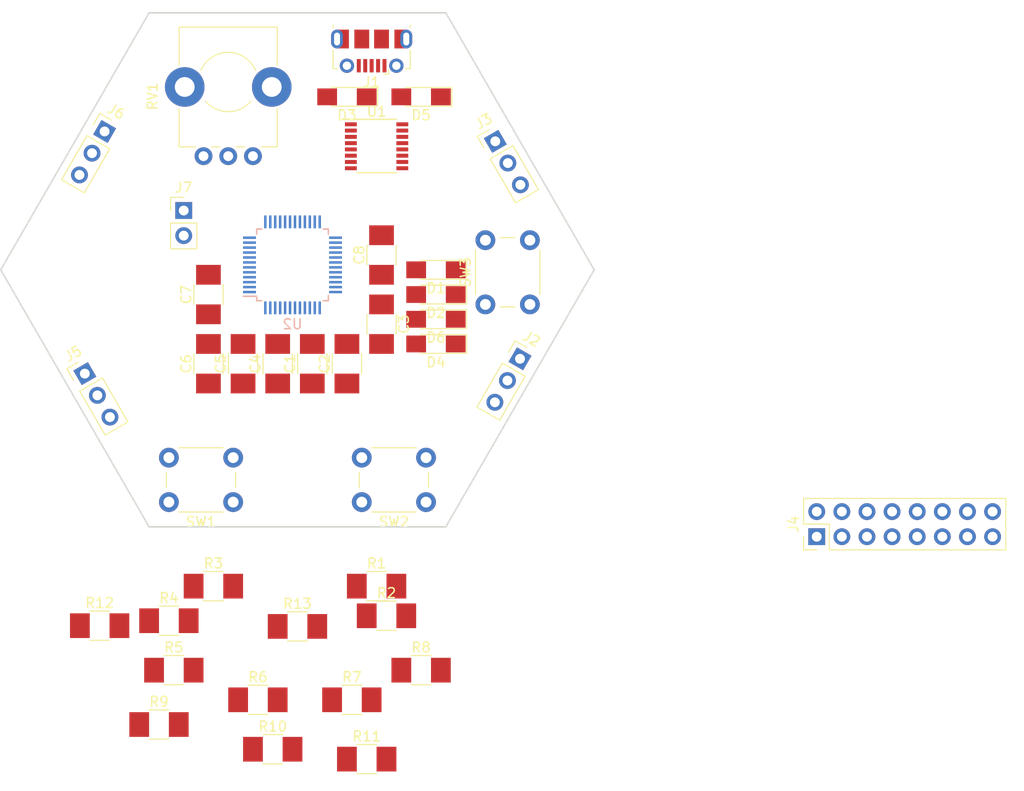
<source format=kicad_pcb>
(kicad_pcb (version 4) (host pcbnew 4.0.7)

  (general
    (links 84)
    (no_connects 82)
    (area 131.924999 93.924999 192.075001 146.075001)
    (thickness 1.6)
    (drawings 6)
    (tracks 0)
    (zones 0)
    (modules 40)
    (nets 91)
  )

  (page A4)
  (layers
    (0 F.Cu signal)
    (31 B.Cu signal)
    (32 B.Adhes user)
    (33 F.Adhes user)
    (34 B.Paste user)
    (35 F.Paste user)
    (36 B.SilkS user)
    (37 F.SilkS user hide)
    (38 B.Mask user)
    (39 F.Mask user)
    (40 Dwgs.User user)
    (41 Cmts.User user)
    (42 Eco1.User user)
    (43 Eco2.User user)
    (44 Edge.Cuts user)
    (45 Margin user)
    (46 B.CrtYd user)
    (47 F.CrtYd user)
    (48 B.Fab user)
    (49 F.Fab user)
  )

  (setup
    (last_trace_width 0.25)
    (trace_clearance 0.2)
    (zone_clearance 0.508)
    (zone_45_only no)
    (trace_min 0.2)
    (segment_width 0.2)
    (edge_width 0.15)
    (via_size 0.6)
    (via_drill 0.4)
    (via_min_size 0.4)
    (via_min_drill 0.3)
    (uvia_size 0.3)
    (uvia_drill 0.1)
    (uvias_allowed no)
    (uvia_min_size 0.2)
    (uvia_min_drill 0.1)
    (pcb_text_width 0.3)
    (pcb_text_size 1.5 1.5)
    (mod_edge_width 0.15)
    (mod_text_size 1 1)
    (mod_text_width 0.15)
    (pad_size 1.524 1.524)
    (pad_drill 0.762)
    (pad_to_mask_clearance 0.2)
    (aux_axis_origin 0 0)
    (visible_elements 7FFFFFFF)
    (pcbplotparams
      (layerselection 0x00030_80000001)
      (usegerberextensions false)
      (excludeedgelayer true)
      (linewidth 0.100000)
      (plotframeref false)
      (viasonmask false)
      (mode 1)
      (useauxorigin false)
      (hpglpennumber 1)
      (hpglpenspeed 20)
      (hpglpendiameter 15)
      (hpglpenoverlay 2)
      (psnegative false)
      (psa4output false)
      (plotreference true)
      (plotvalue true)
      (plotinvisibletext false)
      (padsonsilk false)
      (subtractmaskfromsilk false)
      (outputformat 1)
      (mirror false)
      (drillshape 1)
      (scaleselection 1)
      (outputdirectory ""))
  )

  (net 0 "")
  (net 1 "Net-(C1-Pad1)")
  (net 2 GND)
  (net 3 +3V3)
  (net 4 VCC)
  (net 5 "Net-(C7-Pad2)")
  (net 6 "Net-(C8-Pad1)")
  (net 7 "Net-(C8-Pad2)")
  (net 8 "Net-(D1-Pad1)")
  (net 9 "Net-(D2-Pad1)")
  (net 10 "Net-(D3-Pad1)")
  (net 11 "Net-(D4-Pad1)")
  (net 12 "Net-(D5-Pad1)")
  (net 13 "Net-(D6-Pad1)")
  (net 14 "Net-(J1-Pad6)")
  (net 15 "Net-(J1-Pad2)")
  (net 16 "Net-(J1-Pad1)")
  (net 17 "Net-(J1-Pad4)")
  (net 18 /OUTPUT1)
  (net 19 /OUTPUT2)
  (net 20 "Net-(J4-Pad1)")
  (net 21 "Net-(J4-Pad2)")
  (net 22 "Net-(J4-Pad3)")
  (net 23 "Net-(J4-Pad4)")
  (net 24 "Net-(J4-Pad5)")
  (net 25 "Net-(J4-Pad6)")
  (net 26 "Net-(J4-Pad7)")
  (net 27 "Net-(J4-Pad8)")
  (net 28 "Net-(J4-Pad9)")
  (net 29 "Net-(J4-Pad10)")
  (net 30 "Net-(J4-Pad11)")
  (net 31 "Net-(J4-Pad12)")
  (net 32 "Net-(J4-Pad13)")
  (net 33 "Net-(J4-Pad14)")
  (net 34 "Net-(J4-Pad15)")
  (net 35 "Net-(J4-Pad16)")
  (net 36 /INPUT1)
  (net 37 /INPUT2)
  (net 38 "Net-(J7-Pad1)")
  (net 39 /VBUS_SENSE)
  (net 40 "Net-(R3-Pad1)")
  (net 41 "Net-(R4-Pad1)")
  (net 42 /LED1)
  (net 43 /BTN1)
  (net 44 /BTN2)
  (net 45 /LED2)
  (net 46 "Net-(R9-Pad1)")
  (net 47 /LED3)
  (net 48 "Net-(R11-Pad1)")
  (net 49 /LED4)
  (net 50 /KNOB)
  (net 51 /USART1_RX)
  (net 52 "Net-(U1-Pad2)")
  (net 53 /USART1_TX)
  (net 54 "Net-(U1-Pad15)")
  (net 55 "Net-(U2-Pad1)")
  (net 56 "Net-(U2-Pad2)")
  (net 57 "Net-(U2-Pad3)")
  (net 58 "Net-(U2-Pad4)")
  (net 59 "Net-(U2-Pad5)")
  (net 60 "Net-(U2-Pad6)")
  (net 61 "Net-(U2-Pad10)")
  (net 62 "Net-(U2-Pad11)")
  (net 63 "Net-(U2-Pad12)")
  (net 64 "Net-(U2-Pad13)")
  (net 65 "Net-(U2-Pad14)")
  (net 66 "Net-(U2-Pad15)")
  (net 67 "Net-(U2-Pad16)")
  (net 68 "Net-(U2-Pad17)")
  (net 69 "Net-(U2-Pad18)")
  (net 70 "Net-(U2-Pad19)")
  (net 71 "Net-(U2-Pad20)")
  (net 72 "Net-(U2-Pad21)")
  (net 73 "Net-(U2-Pad22)")
  (net 74 "Net-(U2-Pad25)")
  (net 75 "Net-(U2-Pad26)")
  (net 76 "Net-(U2-Pad27)")
  (net 77 "Net-(U2-Pad28)")
  (net 78 "Net-(U2-Pad29)")
  (net 79 "Net-(U2-Pad32)")
  (net 80 "Net-(U2-Pad33)")
  (net 81 "Net-(U2-Pad34)")
  (net 82 "Net-(U2-Pad37)")
  (net 83 "Net-(U2-Pad38)")
  (net 84 "Net-(U2-Pad39)")
  (net 85 "Net-(U2-Pad40)")
  (net 86 "Net-(U2-Pad41)")
  (net 87 "Net-(U2-Pad42)")
  (net 88 "Net-(U2-Pad43)")
  (net 89 "Net-(U2-Pad45)")
  (net 90 "Net-(U2-Pad46)")

  (net_class Default "This is the default net class."
    (clearance 0.2)
    (trace_width 0.25)
    (via_dia 0.6)
    (via_drill 0.4)
    (uvia_dia 0.3)
    (uvia_drill 0.1)
    (add_net +3V3)
    (add_net /BTN1)
    (add_net /BTN2)
    (add_net /INPUT1)
    (add_net /INPUT2)
    (add_net /KNOB)
    (add_net /LED1)
    (add_net /LED2)
    (add_net /LED3)
    (add_net /LED4)
    (add_net /OUTPUT1)
    (add_net /OUTPUT2)
    (add_net /USART1_RX)
    (add_net /USART1_TX)
    (add_net /VBUS_SENSE)
    (add_net GND)
    (add_net "Net-(C1-Pad1)")
    (add_net "Net-(C7-Pad2)")
    (add_net "Net-(C8-Pad1)")
    (add_net "Net-(C8-Pad2)")
    (add_net "Net-(D1-Pad1)")
    (add_net "Net-(D2-Pad1)")
    (add_net "Net-(D3-Pad1)")
    (add_net "Net-(D4-Pad1)")
    (add_net "Net-(D5-Pad1)")
    (add_net "Net-(D6-Pad1)")
    (add_net "Net-(J1-Pad1)")
    (add_net "Net-(J1-Pad2)")
    (add_net "Net-(J1-Pad4)")
    (add_net "Net-(J1-Pad6)")
    (add_net "Net-(J4-Pad1)")
    (add_net "Net-(J4-Pad10)")
    (add_net "Net-(J4-Pad11)")
    (add_net "Net-(J4-Pad12)")
    (add_net "Net-(J4-Pad13)")
    (add_net "Net-(J4-Pad14)")
    (add_net "Net-(J4-Pad15)")
    (add_net "Net-(J4-Pad16)")
    (add_net "Net-(J4-Pad2)")
    (add_net "Net-(J4-Pad3)")
    (add_net "Net-(J4-Pad4)")
    (add_net "Net-(J4-Pad5)")
    (add_net "Net-(J4-Pad6)")
    (add_net "Net-(J4-Pad7)")
    (add_net "Net-(J4-Pad8)")
    (add_net "Net-(J4-Pad9)")
    (add_net "Net-(J7-Pad1)")
    (add_net "Net-(R11-Pad1)")
    (add_net "Net-(R3-Pad1)")
    (add_net "Net-(R4-Pad1)")
    (add_net "Net-(R9-Pad1)")
    (add_net "Net-(U1-Pad15)")
    (add_net "Net-(U1-Pad2)")
    (add_net "Net-(U2-Pad1)")
    (add_net "Net-(U2-Pad10)")
    (add_net "Net-(U2-Pad11)")
    (add_net "Net-(U2-Pad12)")
    (add_net "Net-(U2-Pad13)")
    (add_net "Net-(U2-Pad14)")
    (add_net "Net-(U2-Pad15)")
    (add_net "Net-(U2-Pad16)")
    (add_net "Net-(U2-Pad17)")
    (add_net "Net-(U2-Pad18)")
    (add_net "Net-(U2-Pad19)")
    (add_net "Net-(U2-Pad2)")
    (add_net "Net-(U2-Pad20)")
    (add_net "Net-(U2-Pad21)")
    (add_net "Net-(U2-Pad22)")
    (add_net "Net-(U2-Pad25)")
    (add_net "Net-(U2-Pad26)")
    (add_net "Net-(U2-Pad27)")
    (add_net "Net-(U2-Pad28)")
    (add_net "Net-(U2-Pad29)")
    (add_net "Net-(U2-Pad3)")
    (add_net "Net-(U2-Pad32)")
    (add_net "Net-(U2-Pad33)")
    (add_net "Net-(U2-Pad34)")
    (add_net "Net-(U2-Pad37)")
    (add_net "Net-(U2-Pad38)")
    (add_net "Net-(U2-Pad39)")
    (add_net "Net-(U2-Pad4)")
    (add_net "Net-(U2-Pad40)")
    (add_net "Net-(U2-Pad41)")
    (add_net "Net-(U2-Pad42)")
    (add_net "Net-(U2-Pad43)")
    (add_net "Net-(U2-Pad45)")
    (add_net "Net-(U2-Pad46)")
    (add_net "Net-(U2-Pad5)")
    (add_net "Net-(U2-Pad6)")
    (add_net VCC)
  )

  (module Capacitors_SMD:C_1210_HandSoldering (layer F.Cu) (tedit 58AA84FB) (tstamp 5AC7CCA3)
    (at 163.5 129.5 90)
    (descr "Capacitor SMD 1210, hand soldering")
    (tags "capacitor 1210")
    (path /5AC69651)
    (attr smd)
    (fp_text reference C1 (at 0 -2.25 90) (layer F.SilkS)
      (effects (font (size 1 1) (thickness 0.15)))
    )
    (fp_text value 47p (at 0 2.5 90) (layer F.Fab)
      (effects (font (size 1 1) (thickness 0.15)))
    )
    (fp_text user %R (at 0 -2.25 90) (layer F.Fab)
      (effects (font (size 1 1) (thickness 0.15)))
    )
    (fp_line (start -1.6 1.25) (end -1.6 -1.25) (layer F.Fab) (width 0.1))
    (fp_line (start 1.6 1.25) (end -1.6 1.25) (layer F.Fab) (width 0.1))
    (fp_line (start 1.6 -1.25) (end 1.6 1.25) (layer F.Fab) (width 0.1))
    (fp_line (start -1.6 -1.25) (end 1.6 -1.25) (layer F.Fab) (width 0.1))
    (fp_line (start 1 -1.48) (end -1 -1.48) (layer F.SilkS) (width 0.12))
    (fp_line (start -1 1.48) (end 1 1.48) (layer F.SilkS) (width 0.12))
    (fp_line (start -3.25 -1.5) (end 3.25 -1.5) (layer F.CrtYd) (width 0.05))
    (fp_line (start -3.25 -1.5) (end -3.25 1.5) (layer F.CrtYd) (width 0.05))
    (fp_line (start 3.25 1.5) (end 3.25 -1.5) (layer F.CrtYd) (width 0.05))
    (fp_line (start 3.25 1.5) (end -3.25 1.5) (layer F.CrtYd) (width 0.05))
    (pad 1 smd rect (at -2 0 90) (size 2 2.5) (layers F.Cu F.Paste F.Mask)
      (net 1 "Net-(C1-Pad1)"))
    (pad 2 smd rect (at 2 0 90) (size 2 2.5) (layers F.Cu F.Paste F.Mask)
      (net 2 GND))
    (model Capacitors_SMD.3dshapes/C_1210.wrl
      (at (xyz 0 0 0))
      (scale (xyz 1 1 1))
      (rotate (xyz 0 0 0))
    )
  )

  (module Capacitors_SMD:C_1210_HandSoldering (layer F.Cu) (tedit 58AA84FB) (tstamp 5AC7CCA9)
    (at 167 129.5 90)
    (descr "Capacitor SMD 1210, hand soldering")
    (tags "capacitor 1210")
    (path /5AC69684)
    (attr smd)
    (fp_text reference C2 (at 0 -2.25 90) (layer F.SilkS)
      (effects (font (size 1 1) (thickness 0.15)))
    )
    (fp_text value 47p (at 0 2.5 90) (layer F.Fab)
      (effects (font (size 1 1) (thickness 0.15)))
    )
    (fp_text user %R (at 0 -2.25 90) (layer F.Fab)
      (effects (font (size 1 1) (thickness 0.15)))
    )
    (fp_line (start -1.6 1.25) (end -1.6 -1.25) (layer F.Fab) (width 0.1))
    (fp_line (start 1.6 1.25) (end -1.6 1.25) (layer F.Fab) (width 0.1))
    (fp_line (start 1.6 -1.25) (end 1.6 1.25) (layer F.Fab) (width 0.1))
    (fp_line (start -1.6 -1.25) (end 1.6 -1.25) (layer F.Fab) (width 0.1))
    (fp_line (start 1 -1.48) (end -1 -1.48) (layer F.SilkS) (width 0.12))
    (fp_line (start -1 1.48) (end 1 1.48) (layer F.SilkS) (width 0.12))
    (fp_line (start -3.25 -1.5) (end 3.25 -1.5) (layer F.CrtYd) (width 0.05))
    (fp_line (start -3.25 -1.5) (end -3.25 1.5) (layer F.CrtYd) (width 0.05))
    (fp_line (start 3.25 1.5) (end 3.25 -1.5) (layer F.CrtYd) (width 0.05))
    (fp_line (start 3.25 1.5) (end -3.25 1.5) (layer F.CrtYd) (width 0.05))
    (pad 1 smd rect (at -2 0 90) (size 2 2.5) (layers F.Cu F.Paste F.Mask)
      (net 1 "Net-(C1-Pad1)"))
    (pad 2 smd rect (at 2 0 90) (size 2 2.5) (layers F.Cu F.Paste F.Mask)
      (net 2 GND))
    (model Capacitors_SMD.3dshapes/C_1210.wrl
      (at (xyz 0 0 0))
      (scale (xyz 1 1 1))
      (rotate (xyz 0 0 0))
    )
  )

  (module Capacitors_SMD:C_1210_HandSoldering (layer F.Cu) (tedit 58AA84FB) (tstamp 5AC7CCAF)
    (at 170.5 125.5 270)
    (descr "Capacitor SMD 1210, hand soldering")
    (tags "capacitor 1210")
    (path /5AC6990D)
    (attr smd)
    (fp_text reference C3 (at 0 -2.25 270) (layer F.SilkS)
      (effects (font (size 1 1) (thickness 0.15)))
    )
    (fp_text value 100n (at 0 2.5 270) (layer F.Fab)
      (effects (font (size 1 1) (thickness 0.15)))
    )
    (fp_text user %R (at 0 -2.25 270) (layer F.Fab)
      (effects (font (size 1 1) (thickness 0.15)))
    )
    (fp_line (start -1.6 1.25) (end -1.6 -1.25) (layer F.Fab) (width 0.1))
    (fp_line (start 1.6 1.25) (end -1.6 1.25) (layer F.Fab) (width 0.1))
    (fp_line (start 1.6 -1.25) (end 1.6 1.25) (layer F.Fab) (width 0.1))
    (fp_line (start -1.6 -1.25) (end 1.6 -1.25) (layer F.Fab) (width 0.1))
    (fp_line (start 1 -1.48) (end -1 -1.48) (layer F.SilkS) (width 0.12))
    (fp_line (start -1 1.48) (end 1 1.48) (layer F.SilkS) (width 0.12))
    (fp_line (start -3.25 -1.5) (end 3.25 -1.5) (layer F.CrtYd) (width 0.05))
    (fp_line (start -3.25 -1.5) (end -3.25 1.5) (layer F.CrtYd) (width 0.05))
    (fp_line (start 3.25 1.5) (end 3.25 -1.5) (layer F.CrtYd) (width 0.05))
    (fp_line (start 3.25 1.5) (end -3.25 1.5) (layer F.CrtYd) (width 0.05))
    (pad 1 smd rect (at -2 0 270) (size 2 2.5) (layers F.Cu F.Paste F.Mask)
      (net 3 +3V3))
    (pad 2 smd rect (at 2 0 270) (size 2 2.5) (layers F.Cu F.Paste F.Mask)
      (net 2 GND))
    (model Capacitors_SMD.3dshapes/C_1210.wrl
      (at (xyz 0 0 0))
      (scale (xyz 1 1 1))
      (rotate (xyz 0 0 0))
    )
  )

  (module Capacitors_SMD:C_1210_HandSoldering (layer F.Cu) (tedit 58AA84FB) (tstamp 5AC7CCB5)
    (at 160 129.5 90)
    (descr "Capacitor SMD 1210, hand soldering")
    (tags "capacitor 1210")
    (path /5AC6A15B)
    (attr smd)
    (fp_text reference C4 (at 0 -2.25 90) (layer F.SilkS)
      (effects (font (size 1 1) (thickness 0.15)))
    )
    (fp_text value 100n (at 0 2.5 90) (layer F.Fab)
      (effects (font (size 1 1) (thickness 0.15)))
    )
    (fp_text user %R (at 0 -2.25 90) (layer F.Fab)
      (effects (font (size 1 1) (thickness 0.15)))
    )
    (fp_line (start -1.6 1.25) (end -1.6 -1.25) (layer F.Fab) (width 0.1))
    (fp_line (start 1.6 1.25) (end -1.6 1.25) (layer F.Fab) (width 0.1))
    (fp_line (start 1.6 -1.25) (end 1.6 1.25) (layer F.Fab) (width 0.1))
    (fp_line (start -1.6 -1.25) (end 1.6 -1.25) (layer F.Fab) (width 0.1))
    (fp_line (start 1 -1.48) (end -1 -1.48) (layer F.SilkS) (width 0.12))
    (fp_line (start -1 1.48) (end 1 1.48) (layer F.SilkS) (width 0.12))
    (fp_line (start -3.25 -1.5) (end 3.25 -1.5) (layer F.CrtYd) (width 0.05))
    (fp_line (start -3.25 -1.5) (end -3.25 1.5) (layer F.CrtYd) (width 0.05))
    (fp_line (start 3.25 1.5) (end 3.25 -1.5) (layer F.CrtYd) (width 0.05))
    (fp_line (start 3.25 1.5) (end -3.25 1.5) (layer F.CrtYd) (width 0.05))
    (pad 1 smd rect (at -2 0 90) (size 2 2.5) (layers F.Cu F.Paste F.Mask)
      (net 4 VCC))
    (pad 2 smd rect (at 2 0 90) (size 2 2.5) (layers F.Cu F.Paste F.Mask)
      (net 2 GND))
    (model Capacitors_SMD.3dshapes/C_1210.wrl
      (at (xyz 0 0 0))
      (scale (xyz 1 1 1))
      (rotate (xyz 0 0 0))
    )
  )

  (module Capacitors_SMD:C_1210_HandSoldering (layer F.Cu) (tedit 58AA84FB) (tstamp 5AC7CCBB)
    (at 156.5 129.5 90)
    (descr "Capacitor SMD 1210, hand soldering")
    (tags "capacitor 1210")
    (path /5AC6A1B0)
    (attr smd)
    (fp_text reference C5 (at 0 -2.25 90) (layer F.SilkS)
      (effects (font (size 1 1) (thickness 0.15)))
    )
    (fp_text value 100n (at 0 2.5 90) (layer F.Fab)
      (effects (font (size 1 1) (thickness 0.15)))
    )
    (fp_text user %R (at 0 -2.25 90) (layer F.Fab)
      (effects (font (size 1 1) (thickness 0.15)))
    )
    (fp_line (start -1.6 1.25) (end -1.6 -1.25) (layer F.Fab) (width 0.1))
    (fp_line (start 1.6 1.25) (end -1.6 1.25) (layer F.Fab) (width 0.1))
    (fp_line (start 1.6 -1.25) (end 1.6 1.25) (layer F.Fab) (width 0.1))
    (fp_line (start -1.6 -1.25) (end 1.6 -1.25) (layer F.Fab) (width 0.1))
    (fp_line (start 1 -1.48) (end -1 -1.48) (layer F.SilkS) (width 0.12))
    (fp_line (start -1 1.48) (end 1 1.48) (layer F.SilkS) (width 0.12))
    (fp_line (start -3.25 -1.5) (end 3.25 -1.5) (layer F.CrtYd) (width 0.05))
    (fp_line (start -3.25 -1.5) (end -3.25 1.5) (layer F.CrtYd) (width 0.05))
    (fp_line (start 3.25 1.5) (end 3.25 -1.5) (layer F.CrtYd) (width 0.05))
    (fp_line (start 3.25 1.5) (end -3.25 1.5) (layer F.CrtYd) (width 0.05))
    (pad 1 smd rect (at -2 0 90) (size 2 2.5) (layers F.Cu F.Paste F.Mask)
      (net 4 VCC))
    (pad 2 smd rect (at 2 0 90) (size 2 2.5) (layers F.Cu F.Paste F.Mask)
      (net 2 GND))
    (model Capacitors_SMD.3dshapes/C_1210.wrl
      (at (xyz 0 0 0))
      (scale (xyz 1 1 1))
      (rotate (xyz 0 0 0))
    )
  )

  (module Capacitors_SMD:C_1210_HandSoldering (layer F.Cu) (tedit 58AA84FB) (tstamp 5AC7CCC1)
    (at 153 129.5 90)
    (descr "Capacitor SMD 1210, hand soldering")
    (tags "capacitor 1210")
    (path /5AC6A1F4)
    (attr smd)
    (fp_text reference C6 (at 0 -2.25 90) (layer F.SilkS)
      (effects (font (size 1 1) (thickness 0.15)))
    )
    (fp_text value 4.7u (at 0 2.5 90) (layer F.Fab)
      (effects (font (size 1 1) (thickness 0.15)))
    )
    (fp_text user %R (at 0 -2.25 90) (layer F.Fab)
      (effects (font (size 1 1) (thickness 0.15)))
    )
    (fp_line (start -1.6 1.25) (end -1.6 -1.25) (layer F.Fab) (width 0.1))
    (fp_line (start 1.6 1.25) (end -1.6 1.25) (layer F.Fab) (width 0.1))
    (fp_line (start 1.6 -1.25) (end 1.6 1.25) (layer F.Fab) (width 0.1))
    (fp_line (start -1.6 -1.25) (end 1.6 -1.25) (layer F.Fab) (width 0.1))
    (fp_line (start 1 -1.48) (end -1 -1.48) (layer F.SilkS) (width 0.12))
    (fp_line (start -1 1.48) (end 1 1.48) (layer F.SilkS) (width 0.12))
    (fp_line (start -3.25 -1.5) (end 3.25 -1.5) (layer F.CrtYd) (width 0.05))
    (fp_line (start -3.25 -1.5) (end -3.25 1.5) (layer F.CrtYd) (width 0.05))
    (fp_line (start 3.25 1.5) (end 3.25 -1.5) (layer F.CrtYd) (width 0.05))
    (fp_line (start 3.25 1.5) (end -3.25 1.5) (layer F.CrtYd) (width 0.05))
    (pad 1 smd rect (at -2 0 90) (size 2 2.5) (layers F.Cu F.Paste F.Mask)
      (net 4 VCC))
    (pad 2 smd rect (at 2 0 90) (size 2 2.5) (layers F.Cu F.Paste F.Mask)
      (net 2 GND))
    (model Capacitors_SMD.3dshapes/C_1210.wrl
      (at (xyz 0 0 0))
      (scale (xyz 1 1 1))
      (rotate (xyz 0 0 0))
    )
  )

  (module Capacitors_SMD:C_1210_HandSoldering (layer F.Cu) (tedit 58AA84FB) (tstamp 5AC7CCC7)
    (at 153 122.5 90)
    (descr "Capacitor SMD 1210, hand soldering")
    (tags "capacitor 1210")
    (path /5AC90921)
    (attr smd)
    (fp_text reference C7 (at 0 -2.25 90) (layer F.SilkS)
      (effects (font (size 1 1) (thickness 0.15)))
    )
    (fp_text value 100n (at 0 2.5 90) (layer F.Fab)
      (effects (font (size 1 1) (thickness 0.15)))
    )
    (fp_text user %R (at 0 -2.25 90) (layer F.Fab)
      (effects (font (size 1 1) (thickness 0.15)))
    )
    (fp_line (start -1.6 1.25) (end -1.6 -1.25) (layer F.Fab) (width 0.1))
    (fp_line (start 1.6 1.25) (end -1.6 1.25) (layer F.Fab) (width 0.1))
    (fp_line (start 1.6 -1.25) (end 1.6 1.25) (layer F.Fab) (width 0.1))
    (fp_line (start -1.6 -1.25) (end 1.6 -1.25) (layer F.Fab) (width 0.1))
    (fp_line (start 1 -1.48) (end -1 -1.48) (layer F.SilkS) (width 0.12))
    (fp_line (start -1 1.48) (end 1 1.48) (layer F.SilkS) (width 0.12))
    (fp_line (start -3.25 -1.5) (end 3.25 -1.5) (layer F.CrtYd) (width 0.05))
    (fp_line (start -3.25 -1.5) (end -3.25 1.5) (layer F.CrtYd) (width 0.05))
    (fp_line (start 3.25 1.5) (end 3.25 -1.5) (layer F.CrtYd) (width 0.05))
    (fp_line (start 3.25 1.5) (end -3.25 1.5) (layer F.CrtYd) (width 0.05))
    (pad 1 smd rect (at -2 0 90) (size 2 2.5) (layers F.Cu F.Paste F.Mask)
      (net 2 GND))
    (pad 2 smd rect (at 2 0 90) (size 2 2.5) (layers F.Cu F.Paste F.Mask)
      (net 5 "Net-(C7-Pad2)"))
    (model Capacitors_SMD.3dshapes/C_1210.wrl
      (at (xyz 0 0 0))
      (scale (xyz 1 1 1))
      (rotate (xyz 0 0 0))
    )
  )

  (module Capacitors_SMD:C_1210_HandSoldering (layer F.Cu) (tedit 58AA84FB) (tstamp 5AC7CCCD)
    (at 170.5 118.5 90)
    (descr "Capacitor SMD 1210, hand soldering")
    (tags "capacitor 1210")
    (path /5AC508DB)
    (attr smd)
    (fp_text reference C8 (at 0 -2.25 90) (layer F.SilkS)
      (effects (font (size 1 1) (thickness 0.15)))
    )
    (fp_text value C (at 0 2.5 90) (layer F.Fab)
      (effects (font (size 1 1) (thickness 0.15)))
    )
    (fp_text user %R (at 0 -2.25 90) (layer F.Fab)
      (effects (font (size 1 1) (thickness 0.15)))
    )
    (fp_line (start -1.6 1.25) (end -1.6 -1.25) (layer F.Fab) (width 0.1))
    (fp_line (start 1.6 1.25) (end -1.6 1.25) (layer F.Fab) (width 0.1))
    (fp_line (start 1.6 -1.25) (end 1.6 1.25) (layer F.Fab) (width 0.1))
    (fp_line (start -1.6 -1.25) (end 1.6 -1.25) (layer F.Fab) (width 0.1))
    (fp_line (start 1 -1.48) (end -1 -1.48) (layer F.SilkS) (width 0.12))
    (fp_line (start -1 1.48) (end 1 1.48) (layer F.SilkS) (width 0.12))
    (fp_line (start -3.25 -1.5) (end 3.25 -1.5) (layer F.CrtYd) (width 0.05))
    (fp_line (start -3.25 -1.5) (end -3.25 1.5) (layer F.CrtYd) (width 0.05))
    (fp_line (start 3.25 1.5) (end 3.25 -1.5) (layer F.CrtYd) (width 0.05))
    (fp_line (start 3.25 1.5) (end -3.25 1.5) (layer F.CrtYd) (width 0.05))
    (pad 1 smd rect (at -2 0 90) (size 2 2.5) (layers F.Cu F.Paste F.Mask)
      (net 6 "Net-(C8-Pad1)"))
    (pad 2 smd rect (at 2 0 90) (size 2 2.5) (layers F.Cu F.Paste F.Mask)
      (net 7 "Net-(C8-Pad2)"))
    (model Capacitors_SMD.3dshapes/C_1210.wrl
      (at (xyz 0 0 0))
      (scale (xyz 1 1 1))
      (rotate (xyz 0 0 0))
    )
  )

  (module LEDs:LED_1206_HandSoldering (layer F.Cu) (tedit 595FC724) (tstamp 5AC7CCD3)
    (at 176 120 180)
    (descr "LED SMD 1206, hand soldering")
    (tags "LED 1206")
    (path /5AC8E136)
    (attr smd)
    (fp_text reference D1 (at 0 -1.85 180) (layer F.SilkS)
      (effects (font (size 1 1) (thickness 0.15)))
    )
    (fp_text value LED (at 0 1.9 180) (layer F.Fab)
      (effects (font (size 1 1) (thickness 0.15)))
    )
    (fp_line (start -3.1 -0.95) (end -3.1 0.95) (layer F.SilkS) (width 0.12))
    (fp_line (start -0.4 0) (end 0.2 -0.4) (layer F.Fab) (width 0.1))
    (fp_line (start 0.2 -0.4) (end 0.2 0.4) (layer F.Fab) (width 0.1))
    (fp_line (start 0.2 0.4) (end -0.4 0) (layer F.Fab) (width 0.1))
    (fp_line (start -0.45 -0.4) (end -0.45 0.4) (layer F.Fab) (width 0.1))
    (fp_line (start -1.6 0.8) (end -1.6 -0.8) (layer F.Fab) (width 0.1))
    (fp_line (start 1.6 0.8) (end -1.6 0.8) (layer F.Fab) (width 0.1))
    (fp_line (start 1.6 -0.8) (end 1.6 0.8) (layer F.Fab) (width 0.1))
    (fp_line (start -1.6 -0.8) (end 1.6 -0.8) (layer F.Fab) (width 0.1))
    (fp_line (start -3.1 0.95) (end 1.6 0.95) (layer F.SilkS) (width 0.12))
    (fp_line (start -3.1 -0.95) (end 1.6 -0.95) (layer F.SilkS) (width 0.12))
    (fp_line (start -3.25 -1.11) (end 3.25 -1.11) (layer F.CrtYd) (width 0.05))
    (fp_line (start -3.25 -1.11) (end -3.25 1.1) (layer F.CrtYd) (width 0.05))
    (fp_line (start 3.25 1.1) (end 3.25 -1.11) (layer F.CrtYd) (width 0.05))
    (fp_line (start 3.25 1.1) (end -3.25 1.1) (layer F.CrtYd) (width 0.05))
    (pad 1 smd rect (at -2 0 180) (size 2 1.7) (layers F.Cu F.Paste F.Mask)
      (net 8 "Net-(D1-Pad1)"))
    (pad 2 smd rect (at 2 0 180) (size 2 1.7) (layers F.Cu F.Paste F.Mask)
      (net 3 +3V3))
    (model ${KISYS3DMOD}/LEDs.3dshapes/LED_1206.wrl
      (at (xyz 0 0 0))
      (scale (xyz 1 1 1))
      (rotate (xyz 0 0 180))
    )
  )

  (module LEDs:LED_1206_HandSoldering (layer F.Cu) (tedit 595FC724) (tstamp 5AC7CCD9)
    (at 176 122.5 180)
    (descr "LED SMD 1206, hand soldering")
    (tags "LED 1206")
    (path /5AC50815)
    (attr smd)
    (fp_text reference D2 (at 0 -1.85 180) (layer F.SilkS)
      (effects (font (size 1 1) (thickness 0.15)))
    )
    (fp_text value LED (at 0 1.9 180) (layer F.Fab)
      (effects (font (size 1 1) (thickness 0.15)))
    )
    (fp_line (start -3.1 -0.95) (end -3.1 0.95) (layer F.SilkS) (width 0.12))
    (fp_line (start -0.4 0) (end 0.2 -0.4) (layer F.Fab) (width 0.1))
    (fp_line (start 0.2 -0.4) (end 0.2 0.4) (layer F.Fab) (width 0.1))
    (fp_line (start 0.2 0.4) (end -0.4 0) (layer F.Fab) (width 0.1))
    (fp_line (start -0.45 -0.4) (end -0.45 0.4) (layer F.Fab) (width 0.1))
    (fp_line (start -1.6 0.8) (end -1.6 -0.8) (layer F.Fab) (width 0.1))
    (fp_line (start 1.6 0.8) (end -1.6 0.8) (layer F.Fab) (width 0.1))
    (fp_line (start 1.6 -0.8) (end 1.6 0.8) (layer F.Fab) (width 0.1))
    (fp_line (start -1.6 -0.8) (end 1.6 -0.8) (layer F.Fab) (width 0.1))
    (fp_line (start -3.1 0.95) (end 1.6 0.95) (layer F.SilkS) (width 0.12))
    (fp_line (start -3.1 -0.95) (end 1.6 -0.95) (layer F.SilkS) (width 0.12))
    (fp_line (start -3.25 -1.11) (end 3.25 -1.11) (layer F.CrtYd) (width 0.05))
    (fp_line (start -3.25 -1.11) (end -3.25 1.1) (layer F.CrtYd) (width 0.05))
    (fp_line (start 3.25 1.1) (end 3.25 -1.11) (layer F.CrtYd) (width 0.05))
    (fp_line (start 3.25 1.1) (end -3.25 1.1) (layer F.CrtYd) (width 0.05))
    (pad 1 smd rect (at -2 0 180) (size 2 1.7) (layers F.Cu F.Paste F.Mask)
      (net 9 "Net-(D2-Pad1)"))
    (pad 2 smd rect (at 2 0 180) (size 2 1.7) (layers F.Cu F.Paste F.Mask)
      (net 3 +3V3))
    (model ${KISYS3DMOD}/LEDs.3dshapes/LED_1206.wrl
      (at (xyz 0 0 0))
      (scale (xyz 1 1 1))
      (rotate (xyz 0 0 180))
    )
  )

  (module LEDs:LED_1206_HandSoldering (layer F.Cu) (tedit 595FC724) (tstamp 5AC7CCDF)
    (at 167 102.5 180)
    (descr "LED SMD 1206, hand soldering")
    (tags "LED 1206")
    (path /5AC6AD4E)
    (attr smd)
    (fp_text reference D3 (at 0 -1.85 180) (layer F.SilkS)
      (effects (font (size 1 1) (thickness 0.15)))
    )
    (fp_text value RXLED (at 0 1.9 180) (layer F.Fab)
      (effects (font (size 1 1) (thickness 0.15)))
    )
    (fp_line (start -3.1 -0.95) (end -3.1 0.95) (layer F.SilkS) (width 0.12))
    (fp_line (start -0.4 0) (end 0.2 -0.4) (layer F.Fab) (width 0.1))
    (fp_line (start 0.2 -0.4) (end 0.2 0.4) (layer F.Fab) (width 0.1))
    (fp_line (start 0.2 0.4) (end -0.4 0) (layer F.Fab) (width 0.1))
    (fp_line (start -0.45 -0.4) (end -0.45 0.4) (layer F.Fab) (width 0.1))
    (fp_line (start -1.6 0.8) (end -1.6 -0.8) (layer F.Fab) (width 0.1))
    (fp_line (start 1.6 0.8) (end -1.6 0.8) (layer F.Fab) (width 0.1))
    (fp_line (start 1.6 -0.8) (end 1.6 0.8) (layer F.Fab) (width 0.1))
    (fp_line (start -1.6 -0.8) (end 1.6 -0.8) (layer F.Fab) (width 0.1))
    (fp_line (start -3.1 0.95) (end 1.6 0.95) (layer F.SilkS) (width 0.12))
    (fp_line (start -3.1 -0.95) (end 1.6 -0.95) (layer F.SilkS) (width 0.12))
    (fp_line (start -3.25 -1.11) (end 3.25 -1.11) (layer F.CrtYd) (width 0.05))
    (fp_line (start -3.25 -1.11) (end -3.25 1.1) (layer F.CrtYd) (width 0.05))
    (fp_line (start 3.25 1.1) (end 3.25 -1.11) (layer F.CrtYd) (width 0.05))
    (fp_line (start 3.25 1.1) (end -3.25 1.1) (layer F.CrtYd) (width 0.05))
    (pad 1 smd rect (at -2 0 180) (size 2 1.7) (layers F.Cu F.Paste F.Mask)
      (net 10 "Net-(D3-Pad1)"))
    (pad 2 smd rect (at 2 0 180) (size 2 1.7) (layers F.Cu F.Paste F.Mask)
      (net 3 +3V3))
    (model ${KISYS3DMOD}/LEDs.3dshapes/LED_1206.wrl
      (at (xyz 0 0 0))
      (scale (xyz 1 1 1))
      (rotate (xyz 0 0 180))
    )
  )

  (module LEDs:LED_1206_HandSoldering (layer F.Cu) (tedit 595FC724) (tstamp 5AC7CCE5)
    (at 176 127.5 180)
    (descr "LED SMD 1206, hand soldering")
    (tags "LED 1206")
    (path /5AC8E1D2)
    (attr smd)
    (fp_text reference D4 (at 0 -1.85 180) (layer F.SilkS)
      (effects (font (size 1 1) (thickness 0.15)))
    )
    (fp_text value LED (at 0 1.9 180) (layer F.Fab)
      (effects (font (size 1 1) (thickness 0.15)))
    )
    (fp_line (start -3.1 -0.95) (end -3.1 0.95) (layer F.SilkS) (width 0.12))
    (fp_line (start -0.4 0) (end 0.2 -0.4) (layer F.Fab) (width 0.1))
    (fp_line (start 0.2 -0.4) (end 0.2 0.4) (layer F.Fab) (width 0.1))
    (fp_line (start 0.2 0.4) (end -0.4 0) (layer F.Fab) (width 0.1))
    (fp_line (start -0.45 -0.4) (end -0.45 0.4) (layer F.Fab) (width 0.1))
    (fp_line (start -1.6 0.8) (end -1.6 -0.8) (layer F.Fab) (width 0.1))
    (fp_line (start 1.6 0.8) (end -1.6 0.8) (layer F.Fab) (width 0.1))
    (fp_line (start 1.6 -0.8) (end 1.6 0.8) (layer F.Fab) (width 0.1))
    (fp_line (start -1.6 -0.8) (end 1.6 -0.8) (layer F.Fab) (width 0.1))
    (fp_line (start -3.1 0.95) (end 1.6 0.95) (layer F.SilkS) (width 0.12))
    (fp_line (start -3.1 -0.95) (end 1.6 -0.95) (layer F.SilkS) (width 0.12))
    (fp_line (start -3.25 -1.11) (end 3.25 -1.11) (layer F.CrtYd) (width 0.05))
    (fp_line (start -3.25 -1.11) (end -3.25 1.1) (layer F.CrtYd) (width 0.05))
    (fp_line (start 3.25 1.1) (end 3.25 -1.11) (layer F.CrtYd) (width 0.05))
    (fp_line (start 3.25 1.1) (end -3.25 1.1) (layer F.CrtYd) (width 0.05))
    (pad 1 smd rect (at -2 0 180) (size 2 1.7) (layers F.Cu F.Paste F.Mask)
      (net 11 "Net-(D4-Pad1)"))
    (pad 2 smd rect (at 2 0 180) (size 2 1.7) (layers F.Cu F.Paste F.Mask)
      (net 3 +3V3))
    (model ${KISYS3DMOD}/LEDs.3dshapes/LED_1206.wrl
      (at (xyz 0 0 0))
      (scale (xyz 1 1 1))
      (rotate (xyz 0 0 180))
    )
  )

  (module LEDs:LED_1206_HandSoldering (layer F.Cu) (tedit 595FC724) (tstamp 5AC7CCEB)
    (at 174.5 102.5 180)
    (descr "LED SMD 1206, hand soldering")
    (tags "LED 1206")
    (path /5AC6A83B)
    (attr smd)
    (fp_text reference D5 (at 0 -1.85 180) (layer F.SilkS)
      (effects (font (size 1 1) (thickness 0.15)))
    )
    (fp_text value TXLED (at 0 1.9 180) (layer F.Fab)
      (effects (font (size 1 1) (thickness 0.15)))
    )
    (fp_line (start -3.1 -0.95) (end -3.1 0.95) (layer F.SilkS) (width 0.12))
    (fp_line (start -0.4 0) (end 0.2 -0.4) (layer F.Fab) (width 0.1))
    (fp_line (start 0.2 -0.4) (end 0.2 0.4) (layer F.Fab) (width 0.1))
    (fp_line (start 0.2 0.4) (end -0.4 0) (layer F.Fab) (width 0.1))
    (fp_line (start -0.45 -0.4) (end -0.45 0.4) (layer F.Fab) (width 0.1))
    (fp_line (start -1.6 0.8) (end -1.6 -0.8) (layer F.Fab) (width 0.1))
    (fp_line (start 1.6 0.8) (end -1.6 0.8) (layer F.Fab) (width 0.1))
    (fp_line (start 1.6 -0.8) (end 1.6 0.8) (layer F.Fab) (width 0.1))
    (fp_line (start -1.6 -0.8) (end 1.6 -0.8) (layer F.Fab) (width 0.1))
    (fp_line (start -3.1 0.95) (end 1.6 0.95) (layer F.SilkS) (width 0.12))
    (fp_line (start -3.1 -0.95) (end 1.6 -0.95) (layer F.SilkS) (width 0.12))
    (fp_line (start -3.25 -1.11) (end 3.25 -1.11) (layer F.CrtYd) (width 0.05))
    (fp_line (start -3.25 -1.11) (end -3.25 1.1) (layer F.CrtYd) (width 0.05))
    (fp_line (start 3.25 1.1) (end 3.25 -1.11) (layer F.CrtYd) (width 0.05))
    (fp_line (start 3.25 1.1) (end -3.25 1.1) (layer F.CrtYd) (width 0.05))
    (pad 1 smd rect (at -2 0 180) (size 2 1.7) (layers F.Cu F.Paste F.Mask)
      (net 12 "Net-(D5-Pad1)"))
    (pad 2 smd rect (at 2 0 180) (size 2 1.7) (layers F.Cu F.Paste F.Mask)
      (net 3 +3V3))
    (model ${KISYS3DMOD}/LEDs.3dshapes/LED_1206.wrl
      (at (xyz 0 0 0))
      (scale (xyz 1 1 1))
      (rotate (xyz 0 0 180))
    )
  )

  (module LEDs:LED_1206_HandSoldering (layer F.Cu) (tedit 595FC724) (tstamp 5AC7CCF1)
    (at 176 125 180)
    (descr "LED SMD 1206, hand soldering")
    (tags "LED 1206")
    (path /5AC8E1BE)
    (attr smd)
    (fp_text reference D6 (at 0 -1.85 180) (layer F.SilkS)
      (effects (font (size 1 1) (thickness 0.15)))
    )
    (fp_text value LED (at 0 1.9 180) (layer F.Fab)
      (effects (font (size 1 1) (thickness 0.15)))
    )
    (fp_line (start -3.1 -0.95) (end -3.1 0.95) (layer F.SilkS) (width 0.12))
    (fp_line (start -0.4 0) (end 0.2 -0.4) (layer F.Fab) (width 0.1))
    (fp_line (start 0.2 -0.4) (end 0.2 0.4) (layer F.Fab) (width 0.1))
    (fp_line (start 0.2 0.4) (end -0.4 0) (layer F.Fab) (width 0.1))
    (fp_line (start -0.45 -0.4) (end -0.45 0.4) (layer F.Fab) (width 0.1))
    (fp_line (start -1.6 0.8) (end -1.6 -0.8) (layer F.Fab) (width 0.1))
    (fp_line (start 1.6 0.8) (end -1.6 0.8) (layer F.Fab) (width 0.1))
    (fp_line (start 1.6 -0.8) (end 1.6 0.8) (layer F.Fab) (width 0.1))
    (fp_line (start -1.6 -0.8) (end 1.6 -0.8) (layer F.Fab) (width 0.1))
    (fp_line (start -3.1 0.95) (end 1.6 0.95) (layer F.SilkS) (width 0.12))
    (fp_line (start -3.1 -0.95) (end 1.6 -0.95) (layer F.SilkS) (width 0.12))
    (fp_line (start -3.25 -1.11) (end 3.25 -1.11) (layer F.CrtYd) (width 0.05))
    (fp_line (start -3.25 -1.11) (end -3.25 1.1) (layer F.CrtYd) (width 0.05))
    (fp_line (start 3.25 1.1) (end 3.25 -1.11) (layer F.CrtYd) (width 0.05))
    (fp_line (start 3.25 1.1) (end -3.25 1.1) (layer F.CrtYd) (width 0.05))
    (pad 1 smd rect (at -2 0 180) (size 2 1.7) (layers F.Cu F.Paste F.Mask)
      (net 13 "Net-(D6-Pad1)"))
    (pad 2 smd rect (at 2 0 180) (size 2 1.7) (layers F.Cu F.Paste F.Mask)
      (net 3 +3V3))
    (model ${KISYS3DMOD}/LEDs.3dshapes/LED_1206.wrl
      (at (xyz 0 0 0))
      (scale (xyz 1 1 1))
      (rotate (xyz 0 0 180))
    )
  )

  (module Connectors_USB:USB_Micro-B_Molex-105017-0001 (layer F.Cu) (tedit 598B308E) (tstamp 5AC7CD02)
    (at 169.5 97 180)
    (descr http://www.molex.com/pdm_docs/sd/1050170001_sd.pdf)
    (tags "Micro-USB SMD Typ-B")
    (path /5AC67FD9)
    (attr smd)
    (fp_text reference J1 (at 0 -4 180) (layer F.SilkS)
      (effects (font (size 1 1) (thickness 0.15)))
    )
    (fp_text value USB_OTG (at 0.3 3.45 180) (layer F.Fab)
      (effects (font (size 1 1) (thickness 0.15)))
    )
    (fp_line (start -4.4 2.75) (end 4.4 2.75) (layer F.CrtYd) (width 0.05))
    (fp_line (start 4.4 -3.35) (end 4.4 2.75) (layer F.CrtYd) (width 0.05))
    (fp_line (start -4.4 -3.35) (end 4.4 -3.35) (layer F.CrtYd) (width 0.05))
    (fp_line (start -4.4 2.75) (end -4.4 -3.35) (layer F.CrtYd) (width 0.05))
    (fp_text user "PCB Edge" (at 0 1.8 180) (layer Dwgs.User)
      (effects (font (size 0.5 0.5) (thickness 0.08)))
    )
    (fp_line (start -3.9 -2.65) (end -3.45 -2.65) (layer F.SilkS) (width 0.12))
    (fp_line (start -3.9 -0.8) (end -3.9 -2.65) (layer F.SilkS) (width 0.12))
    (fp_line (start 3.9 1.75) (end 3.9 1.5) (layer F.SilkS) (width 0.12))
    (fp_line (start 3.75 2.5) (end 3.75 -2.5) (layer F.Fab) (width 0.1))
    (fp_line (start -3 1.801704) (end 3 1.801704) (layer F.Fab) (width 0.1))
    (fp_line (start -3.75 2.501704) (end 3.75 2.501704) (layer F.Fab) (width 0.1))
    (fp_line (start -3.75 -2.5) (end 3.75 -2.5) (layer F.Fab) (width 0.1))
    (fp_line (start -3.75 2.5) (end -3.75 -2.5) (layer F.Fab) (width 0.1))
    (fp_line (start -3.9 1.75) (end -3.9 1.5) (layer F.SilkS) (width 0.12))
    (fp_line (start 3.9 -0.8) (end 3.9 -2.65) (layer F.SilkS) (width 0.12))
    (fp_line (start 3.9 -2.65) (end 3.45 -2.65) (layer F.SilkS) (width 0.12))
    (fp_text user %R (at 0 0 180) (layer F.Fab)
      (effects (font (size 1 1) (thickness 0.15)))
    )
    (fp_line (start -1.7 -3.2) (end -1.25 -3.2) (layer F.SilkS) (width 0.12))
    (fp_line (start -1.7 -3.2) (end -1.7 -2.75) (layer F.SilkS) (width 0.12))
    (fp_line (start -1.3 -2.6) (end -1.5 -2.8) (layer F.Fab) (width 0.1))
    (fp_line (start -1.1 -2.8) (end -1.3 -2.6) (layer F.Fab) (width 0.1))
    (fp_line (start -1.5 -3.01) (end -1.1 -3.01) (layer F.Fab) (width 0.1))
    (fp_line (start -1.5 -3.01) (end -1.5 -2.8) (layer F.Fab) (width 0.1))
    (fp_line (start -1.1 -3.01) (end -1.1 -2.8) (layer F.Fab) (width 0.1))
    (pad 6 smd rect (at 1 0.35 180) (size 1.5 1.9) (layers F.Cu F.Paste F.Mask)
      (net 14 "Net-(J1-Pad6)"))
    (pad 6 thru_hole circle (at -2.5 -2.35 180) (size 1.45 1.45) (drill 0.85) (layers *.Cu *.Mask)
      (net 14 "Net-(J1-Pad6)"))
    (pad 2 smd rect (at -0.65 -2.35 180) (size 0.4 1.35) (layers F.Cu F.Paste F.Mask)
      (net 15 "Net-(J1-Pad2)"))
    (pad 1 smd rect (at -1.3 -2.35 180) (size 0.4 1.35) (layers F.Cu F.Paste F.Mask)
      (net 16 "Net-(J1-Pad1)"))
    (pad 5 smd rect (at 1.3 -2.35 180) (size 0.4 1.35) (layers F.Cu F.Paste F.Mask)
      (net 2 GND))
    (pad 4 smd rect (at 0.65 -2.35 180) (size 0.4 1.35) (layers F.Cu F.Paste F.Mask)
      (net 17 "Net-(J1-Pad4)"))
    (pad 3 smd rect (at 0 -2.35 180) (size 0.4 1.35) (layers F.Cu F.Paste F.Mask)
      (net 1 "Net-(C1-Pad1)"))
    (pad 6 thru_hole circle (at 2.5 -2.35 180) (size 1.45 1.45) (drill 0.85) (layers *.Cu *.Mask)
      (net 14 "Net-(J1-Pad6)"))
    (pad 6 smd rect (at -1 0.35 180) (size 1.5 1.9) (layers F.Cu F.Paste F.Mask)
      (net 14 "Net-(J1-Pad6)"))
    (pad 6 thru_hole oval (at -3.5 0.35) (size 1.2 1.9) (drill oval 0.6 1.3) (layers *.Cu *.Mask)
      (net 14 "Net-(J1-Pad6)"))
    (pad 6 thru_hole oval (at 3.5 0.35 180) (size 1.2 1.9) (drill oval 0.6 1.3) (layers *.Cu *.Mask)
      (net 14 "Net-(J1-Pad6)"))
    (pad 6 smd rect (at 2.9 0.35 180) (size 1.2 1.9) (layers F.Cu F.Mask)
      (net 14 "Net-(J1-Pad6)"))
    (pad 6 smd rect (at -2.9 0.35 180) (size 1.2 1.9) (layers F.Cu F.Mask)
      (net 14 "Net-(J1-Pad6)"))
    (model ${KISYS3DMOD}/Connectors_USB.3dshapes/USB_Micro-B_Molex-105017-0001.wrl
      (at (xyz 0 0 0))
      (scale (xyz 1 1 1))
      (rotate (xyz 0 0 0))
    )
  )

  (module Pin_Headers:Pin_Header_Straight_1x03_Pitch2.54mm (layer F.Cu) (tedit 59650532) (tstamp 5AC7CD09)
    (at 184.5 129 330)
    (descr "Through hole straight pin header, 1x03, 2.54mm pitch, single row")
    (tags "Through hole pin header THT 1x03 2.54mm single row")
    (path /5AC8A667)
    (fp_text reference J2 (at 0 -2.33 330) (layer F.SilkS)
      (effects (font (size 1 1) (thickness 0.15)))
    )
    (fp_text value OUTPUT1 (at 0 7.41 330) (layer F.Fab)
      (effects (font (size 1 1) (thickness 0.15)))
    )
    (fp_line (start -0.635 -1.27) (end 1.27 -1.27) (layer F.Fab) (width 0.1))
    (fp_line (start 1.27 -1.27) (end 1.27 6.35) (layer F.Fab) (width 0.1))
    (fp_line (start 1.27 6.35) (end -1.27 6.35) (layer F.Fab) (width 0.1))
    (fp_line (start -1.27 6.35) (end -1.27 -0.635) (layer F.Fab) (width 0.1))
    (fp_line (start -1.27 -0.635) (end -0.635 -1.27) (layer F.Fab) (width 0.1))
    (fp_line (start -1.33 6.41) (end 1.33 6.41) (layer F.SilkS) (width 0.12))
    (fp_line (start -1.33 1.27) (end -1.33 6.41) (layer F.SilkS) (width 0.12))
    (fp_line (start 1.33 1.27) (end 1.33 6.41) (layer F.SilkS) (width 0.12))
    (fp_line (start -1.33 1.27) (end 1.33 1.27) (layer F.SilkS) (width 0.12))
    (fp_line (start -1.33 0) (end -1.33 -1.33) (layer F.SilkS) (width 0.12))
    (fp_line (start -1.33 -1.33) (end 0 -1.33) (layer F.SilkS) (width 0.12))
    (fp_line (start -1.8 -1.8) (end -1.8 6.85) (layer F.CrtYd) (width 0.05))
    (fp_line (start -1.8 6.85) (end 1.8 6.85) (layer F.CrtYd) (width 0.05))
    (fp_line (start 1.8 6.85) (end 1.8 -1.8) (layer F.CrtYd) (width 0.05))
    (fp_line (start 1.8 -1.8) (end -1.8 -1.8) (layer F.CrtYd) (width 0.05))
    (fp_text user %R (at 0 2.54 420) (layer F.Fab)
      (effects (font (size 1 1) (thickness 0.15)))
    )
    (pad 1 thru_hole rect (at 0 0 330) (size 1.7 1.7) (drill 1) (layers *.Cu *.Mask)
      (net 4 VCC))
    (pad 2 thru_hole oval (at 0 2.54 330) (size 1.7 1.7) (drill 1) (layers *.Cu *.Mask)
      (net 18 /OUTPUT1))
    (pad 3 thru_hole oval (at 0 5.08 330) (size 1.7 1.7) (drill 1) (layers *.Cu *.Mask)
      (net 2 GND))
    (model ${KISYS3DMOD}/Pin_Headers.3dshapes/Pin_Header_Straight_1x03_Pitch2.54mm.wrl
      (at (xyz 0 0 0))
      (scale (xyz 1 1 1))
      (rotate (xyz 0 0 0))
    )
  )

  (module Pin_Headers:Pin_Header_Straight_1x03_Pitch2.54mm (layer F.Cu) (tedit 59650532) (tstamp 5AC7CD10)
    (at 182 107 30)
    (descr "Through hole straight pin header, 1x03, 2.54mm pitch, single row")
    (tags "Through hole pin header THT 1x03 2.54mm single row")
    (path /5AC8A9B7)
    (fp_text reference J3 (at 0 -2.33 30) (layer F.SilkS)
      (effects (font (size 1 1) (thickness 0.15)))
    )
    (fp_text value OUTPUT2 (at 0 7.41 30) (layer F.Fab)
      (effects (font (size 1 1) (thickness 0.15)))
    )
    (fp_line (start -0.635 -1.27) (end 1.27 -1.27) (layer F.Fab) (width 0.1))
    (fp_line (start 1.27 -1.27) (end 1.27 6.35) (layer F.Fab) (width 0.1))
    (fp_line (start 1.27 6.35) (end -1.27 6.35) (layer F.Fab) (width 0.1))
    (fp_line (start -1.27 6.35) (end -1.27 -0.635) (layer F.Fab) (width 0.1))
    (fp_line (start -1.27 -0.635) (end -0.635 -1.27) (layer F.Fab) (width 0.1))
    (fp_line (start -1.33 6.41) (end 1.33 6.41) (layer F.SilkS) (width 0.12))
    (fp_line (start -1.33 1.27) (end -1.33 6.41) (layer F.SilkS) (width 0.12))
    (fp_line (start 1.33 1.27) (end 1.33 6.41) (layer F.SilkS) (width 0.12))
    (fp_line (start -1.33 1.27) (end 1.33 1.27) (layer F.SilkS) (width 0.12))
    (fp_line (start -1.33 0) (end -1.33 -1.33) (layer F.SilkS) (width 0.12))
    (fp_line (start -1.33 -1.33) (end 0 -1.33) (layer F.SilkS) (width 0.12))
    (fp_line (start -1.8 -1.8) (end -1.8 6.85) (layer F.CrtYd) (width 0.05))
    (fp_line (start -1.8 6.85) (end 1.8 6.85) (layer F.CrtYd) (width 0.05))
    (fp_line (start 1.8 6.85) (end 1.8 -1.8) (layer F.CrtYd) (width 0.05))
    (fp_line (start 1.8 -1.8) (end -1.8 -1.8) (layer F.CrtYd) (width 0.05))
    (fp_text user %R (at 0 2.54 120) (layer F.Fab)
      (effects (font (size 1 1) (thickness 0.15)))
    )
    (pad 1 thru_hole rect (at 0 0 30) (size 1.7 1.7) (drill 1) (layers *.Cu *.Mask)
      (net 4 VCC))
    (pad 2 thru_hole oval (at 0 2.54 30) (size 1.7 1.7) (drill 1) (layers *.Cu *.Mask)
      (net 19 /OUTPUT2))
    (pad 3 thru_hole oval (at 0 5.08 30) (size 1.7 1.7) (drill 1) (layers *.Cu *.Mask)
      (net 2 GND))
    (model ${KISYS3DMOD}/Pin_Headers.3dshapes/Pin_Header_Straight_1x03_Pitch2.54mm.wrl
      (at (xyz 0 0 0))
      (scale (xyz 1 1 1))
      (rotate (xyz 0 0 0))
    )
  )

  (module Pin_Headers:Pin_Header_Straight_2x08_Pitch2.54mm (layer F.Cu) (tedit 59650532) (tstamp 5AC7CD24)
    (at 214.5 147 90)
    (descr "Through hole straight pin header, 2x08, 2.54mm pitch, double rows")
    (tags "Through hole pin header THT 2x08 2.54mm double row")
    (path /5AC7ACC8)
    (fp_text reference J4 (at 1.27 -2.33 90) (layer F.SilkS)
      (effects (font (size 1 1) (thickness 0.15)))
    )
    (fp_text value GPIO (at 1.27 20.11 90) (layer F.Fab)
      (effects (font (size 1 1) (thickness 0.15)))
    )
    (fp_line (start 0 -1.27) (end 3.81 -1.27) (layer F.Fab) (width 0.1))
    (fp_line (start 3.81 -1.27) (end 3.81 19.05) (layer F.Fab) (width 0.1))
    (fp_line (start 3.81 19.05) (end -1.27 19.05) (layer F.Fab) (width 0.1))
    (fp_line (start -1.27 19.05) (end -1.27 0) (layer F.Fab) (width 0.1))
    (fp_line (start -1.27 0) (end 0 -1.27) (layer F.Fab) (width 0.1))
    (fp_line (start -1.33 19.11) (end 3.87 19.11) (layer F.SilkS) (width 0.12))
    (fp_line (start -1.33 1.27) (end -1.33 19.11) (layer F.SilkS) (width 0.12))
    (fp_line (start 3.87 -1.33) (end 3.87 19.11) (layer F.SilkS) (width 0.12))
    (fp_line (start -1.33 1.27) (end 1.27 1.27) (layer F.SilkS) (width 0.12))
    (fp_line (start 1.27 1.27) (end 1.27 -1.33) (layer F.SilkS) (width 0.12))
    (fp_line (start 1.27 -1.33) (end 3.87 -1.33) (layer F.SilkS) (width 0.12))
    (fp_line (start -1.33 0) (end -1.33 -1.33) (layer F.SilkS) (width 0.12))
    (fp_line (start -1.33 -1.33) (end 0 -1.33) (layer F.SilkS) (width 0.12))
    (fp_line (start -1.8 -1.8) (end -1.8 19.55) (layer F.CrtYd) (width 0.05))
    (fp_line (start -1.8 19.55) (end 4.35 19.55) (layer F.CrtYd) (width 0.05))
    (fp_line (start 4.35 19.55) (end 4.35 -1.8) (layer F.CrtYd) (width 0.05))
    (fp_line (start 4.35 -1.8) (end -1.8 -1.8) (layer F.CrtYd) (width 0.05))
    (fp_text user %R (at 1.27 8.89 180) (layer F.Fab)
      (effects (font (size 1 1) (thickness 0.15)))
    )
    (pad 1 thru_hole rect (at 0 0 90) (size 1.7 1.7) (drill 1) (layers *.Cu *.Mask)
      (net 20 "Net-(J4-Pad1)"))
    (pad 2 thru_hole oval (at 2.54 0 90) (size 1.7 1.7) (drill 1) (layers *.Cu *.Mask)
      (net 21 "Net-(J4-Pad2)"))
    (pad 3 thru_hole oval (at 0 2.54 90) (size 1.7 1.7) (drill 1) (layers *.Cu *.Mask)
      (net 22 "Net-(J4-Pad3)"))
    (pad 4 thru_hole oval (at 2.54 2.54 90) (size 1.7 1.7) (drill 1) (layers *.Cu *.Mask)
      (net 23 "Net-(J4-Pad4)"))
    (pad 5 thru_hole oval (at 0 5.08 90) (size 1.7 1.7) (drill 1) (layers *.Cu *.Mask)
      (net 24 "Net-(J4-Pad5)"))
    (pad 6 thru_hole oval (at 2.54 5.08 90) (size 1.7 1.7) (drill 1) (layers *.Cu *.Mask)
      (net 25 "Net-(J4-Pad6)"))
    (pad 7 thru_hole oval (at 0 7.62 90) (size 1.7 1.7) (drill 1) (layers *.Cu *.Mask)
      (net 26 "Net-(J4-Pad7)"))
    (pad 8 thru_hole oval (at 2.54 7.62 90) (size 1.7 1.7) (drill 1) (layers *.Cu *.Mask)
      (net 27 "Net-(J4-Pad8)"))
    (pad 9 thru_hole oval (at 0 10.16 90) (size 1.7 1.7) (drill 1) (layers *.Cu *.Mask)
      (net 28 "Net-(J4-Pad9)"))
    (pad 10 thru_hole oval (at 2.54 10.16 90) (size 1.7 1.7) (drill 1) (layers *.Cu *.Mask)
      (net 29 "Net-(J4-Pad10)"))
    (pad 11 thru_hole oval (at 0 12.7 90) (size 1.7 1.7) (drill 1) (layers *.Cu *.Mask)
      (net 30 "Net-(J4-Pad11)"))
    (pad 12 thru_hole oval (at 2.54 12.7 90) (size 1.7 1.7) (drill 1) (layers *.Cu *.Mask)
      (net 31 "Net-(J4-Pad12)"))
    (pad 13 thru_hole oval (at 0 15.24 90) (size 1.7 1.7) (drill 1) (layers *.Cu *.Mask)
      (net 32 "Net-(J4-Pad13)"))
    (pad 14 thru_hole oval (at 2.54 15.24 90) (size 1.7 1.7) (drill 1) (layers *.Cu *.Mask)
      (net 33 "Net-(J4-Pad14)"))
    (pad 15 thru_hole oval (at 0 17.78 90) (size 1.7 1.7) (drill 1) (layers *.Cu *.Mask)
      (net 34 "Net-(J4-Pad15)"))
    (pad 16 thru_hole oval (at 2.54 17.78 90) (size 1.7 1.7) (drill 1) (layers *.Cu *.Mask)
      (net 35 "Net-(J4-Pad16)"))
    (model ${KISYS3DMOD}/Pin_Headers.3dshapes/Pin_Header_Straight_2x08_Pitch2.54mm.wrl
      (at (xyz 0 0 0))
      (scale (xyz 1 1 1))
      (rotate (xyz 0 0 0))
    )
  )

  (module Pin_Headers:Pin_Header_Straight_1x03_Pitch2.54mm (layer F.Cu) (tedit 59650532) (tstamp 5AC7CD2B)
    (at 140.5 130.5 30)
    (descr "Through hole straight pin header, 1x03, 2.54mm pitch, single row")
    (tags "Through hole pin header THT 1x03 2.54mm single row")
    (path /5AC8AA99)
    (fp_text reference J5 (at 0 -2.33 30) (layer F.SilkS)
      (effects (font (size 1 1) (thickness 0.15)))
    )
    (fp_text value INPUT1 (at 0 7.41 30) (layer F.Fab)
      (effects (font (size 1 1) (thickness 0.15)))
    )
    (fp_line (start -0.635 -1.27) (end 1.27 -1.27) (layer F.Fab) (width 0.1))
    (fp_line (start 1.27 -1.27) (end 1.27 6.35) (layer F.Fab) (width 0.1))
    (fp_line (start 1.27 6.35) (end -1.27 6.35) (layer F.Fab) (width 0.1))
    (fp_line (start -1.27 6.35) (end -1.27 -0.635) (layer F.Fab) (width 0.1))
    (fp_line (start -1.27 -0.635) (end -0.635 -1.27) (layer F.Fab) (width 0.1))
    (fp_line (start -1.33 6.41) (end 1.33 6.41) (layer F.SilkS) (width 0.12))
    (fp_line (start -1.33 1.27) (end -1.33 6.41) (layer F.SilkS) (width 0.12))
    (fp_line (start 1.33 1.27) (end 1.33 6.41) (layer F.SilkS) (width 0.12))
    (fp_line (start -1.33 1.27) (end 1.33 1.27) (layer F.SilkS) (width 0.12))
    (fp_line (start -1.33 0) (end -1.33 -1.33) (layer F.SilkS) (width 0.12))
    (fp_line (start -1.33 -1.33) (end 0 -1.33) (layer F.SilkS) (width 0.12))
    (fp_line (start -1.8 -1.8) (end -1.8 6.85) (layer F.CrtYd) (width 0.05))
    (fp_line (start -1.8 6.85) (end 1.8 6.85) (layer F.CrtYd) (width 0.05))
    (fp_line (start 1.8 6.85) (end 1.8 -1.8) (layer F.CrtYd) (width 0.05))
    (fp_line (start 1.8 -1.8) (end -1.8 -1.8) (layer F.CrtYd) (width 0.05))
    (fp_text user %R (at 0 2.54 120) (layer F.Fab)
      (effects (font (size 1 1) (thickness 0.15)))
    )
    (pad 1 thru_hole rect (at 0 0 30) (size 1.7 1.7) (drill 1) (layers *.Cu *.Mask)
      (net 4 VCC))
    (pad 2 thru_hole oval (at 0 2.54 30) (size 1.7 1.7) (drill 1) (layers *.Cu *.Mask)
      (net 36 /INPUT1))
    (pad 3 thru_hole oval (at 0 5.08 30) (size 1.7 1.7) (drill 1) (layers *.Cu *.Mask)
      (net 2 GND))
    (model ${KISYS3DMOD}/Pin_Headers.3dshapes/Pin_Header_Straight_1x03_Pitch2.54mm.wrl
      (at (xyz 0 0 0))
      (scale (xyz 1 1 1))
      (rotate (xyz 0 0 0))
    )
  )

  (module Pin_Headers:Pin_Header_Straight_1x03_Pitch2.54mm (layer F.Cu) (tedit 59650532) (tstamp 5AC7CD32)
    (at 142.5 106 330)
    (descr "Through hole straight pin header, 1x03, 2.54mm pitch, single row")
    (tags "Through hole pin header THT 1x03 2.54mm single row")
    (path /5AC8AAB1)
    (fp_text reference J6 (at 0 -2.33 330) (layer F.SilkS)
      (effects (font (size 1 1) (thickness 0.15)))
    )
    (fp_text value INPUT2 (at 0 7.41 330) (layer F.Fab)
      (effects (font (size 1 1) (thickness 0.15)))
    )
    (fp_line (start -0.635 -1.27) (end 1.27 -1.27) (layer F.Fab) (width 0.1))
    (fp_line (start 1.27 -1.27) (end 1.27 6.35) (layer F.Fab) (width 0.1))
    (fp_line (start 1.27 6.35) (end -1.27 6.35) (layer F.Fab) (width 0.1))
    (fp_line (start -1.27 6.35) (end -1.27 -0.635) (layer F.Fab) (width 0.1))
    (fp_line (start -1.27 -0.635) (end -0.635 -1.27) (layer F.Fab) (width 0.1))
    (fp_line (start -1.33 6.41) (end 1.33 6.41) (layer F.SilkS) (width 0.12))
    (fp_line (start -1.33 1.27) (end -1.33 6.41) (layer F.SilkS) (width 0.12))
    (fp_line (start 1.33 1.27) (end 1.33 6.41) (layer F.SilkS) (width 0.12))
    (fp_line (start -1.33 1.27) (end 1.33 1.27) (layer F.SilkS) (width 0.12))
    (fp_line (start -1.33 0) (end -1.33 -1.33) (layer F.SilkS) (width 0.12))
    (fp_line (start -1.33 -1.33) (end 0 -1.33) (layer F.SilkS) (width 0.12))
    (fp_line (start -1.8 -1.8) (end -1.8 6.85) (layer F.CrtYd) (width 0.05))
    (fp_line (start -1.8 6.85) (end 1.8 6.85) (layer F.CrtYd) (width 0.05))
    (fp_line (start 1.8 6.85) (end 1.8 -1.8) (layer F.CrtYd) (width 0.05))
    (fp_line (start 1.8 -1.8) (end -1.8 -1.8) (layer F.CrtYd) (width 0.05))
    (fp_text user %R (at 0 2.54 420) (layer F.Fab)
      (effects (font (size 1 1) (thickness 0.15)))
    )
    (pad 1 thru_hole rect (at 0 0 330) (size 1.7 1.7) (drill 1) (layers *.Cu *.Mask)
      (net 4 VCC))
    (pad 2 thru_hole oval (at 0 2.54 330) (size 1.7 1.7) (drill 1) (layers *.Cu *.Mask)
      (net 37 /INPUT2))
    (pad 3 thru_hole oval (at 0 5.08 330) (size 1.7 1.7) (drill 1) (layers *.Cu *.Mask)
      (net 2 GND))
    (model ${KISYS3DMOD}/Pin_Headers.3dshapes/Pin_Header_Straight_1x03_Pitch2.54mm.wrl
      (at (xyz 0 0 0))
      (scale (xyz 1 1 1))
      (rotate (xyz 0 0 0))
    )
  )

  (module Pin_Headers:Pin_Header_Straight_1x02_Pitch2.54mm (layer F.Cu) (tedit 59650532) (tstamp 5AC7CD38)
    (at 150.5 114)
    (descr "Through hole straight pin header, 1x02, 2.54mm pitch, single row")
    (tags "Through hole pin header THT 1x02 2.54mm single row")
    (path /5AC8EF50)
    (fp_text reference J7 (at 0 -2.33) (layer F.SilkS)
      (effects (font (size 1 1) (thickness 0.15)))
    )
    (fp_text value BOOT (at 0 4.87) (layer F.Fab)
      (effects (font (size 1 1) (thickness 0.15)))
    )
    (fp_line (start -0.635 -1.27) (end 1.27 -1.27) (layer F.Fab) (width 0.1))
    (fp_line (start 1.27 -1.27) (end 1.27 3.81) (layer F.Fab) (width 0.1))
    (fp_line (start 1.27 3.81) (end -1.27 3.81) (layer F.Fab) (width 0.1))
    (fp_line (start -1.27 3.81) (end -1.27 -0.635) (layer F.Fab) (width 0.1))
    (fp_line (start -1.27 -0.635) (end -0.635 -1.27) (layer F.Fab) (width 0.1))
    (fp_line (start -1.33 3.87) (end 1.33 3.87) (layer F.SilkS) (width 0.12))
    (fp_line (start -1.33 1.27) (end -1.33 3.87) (layer F.SilkS) (width 0.12))
    (fp_line (start 1.33 1.27) (end 1.33 3.87) (layer F.SilkS) (width 0.12))
    (fp_line (start -1.33 1.27) (end 1.33 1.27) (layer F.SilkS) (width 0.12))
    (fp_line (start -1.33 0) (end -1.33 -1.33) (layer F.SilkS) (width 0.12))
    (fp_line (start -1.33 -1.33) (end 0 -1.33) (layer F.SilkS) (width 0.12))
    (fp_line (start -1.8 -1.8) (end -1.8 4.35) (layer F.CrtYd) (width 0.05))
    (fp_line (start -1.8 4.35) (end 1.8 4.35) (layer F.CrtYd) (width 0.05))
    (fp_line (start 1.8 4.35) (end 1.8 -1.8) (layer F.CrtYd) (width 0.05))
    (fp_line (start 1.8 -1.8) (end -1.8 -1.8) (layer F.CrtYd) (width 0.05))
    (fp_text user %R (at 0 1.27 90) (layer F.Fab)
      (effects (font (size 1 1) (thickness 0.15)))
    )
    (pad 1 thru_hole rect (at 0 0) (size 1.7 1.7) (drill 1) (layers *.Cu *.Mask)
      (net 38 "Net-(J7-Pad1)"))
    (pad 2 thru_hole oval (at 0 2.54) (size 1.7 1.7) (drill 1) (layers *.Cu *.Mask)
      (net 3 +3V3))
    (model ${KISYS3DMOD}/Pin_Headers.3dshapes/Pin_Header_Straight_1x02_Pitch2.54mm.wrl
      (at (xyz 0 0 0))
      (scale (xyz 1 1 1))
      (rotate (xyz 0 0 0))
    )
  )

  (module Resistors_SMD:R_1210_HandSoldering (layer F.Cu) (tedit 58E0A804) (tstamp 5AC7CD49)
    (at 170 152)
    (descr "Resistor SMD 1210, hand soldering")
    (tags "resistor 1210")
    (path /5AC69CFD)
    (attr smd)
    (fp_text reference R1 (at 0 -2.3) (layer F.SilkS)
      (effects (font (size 1 1) (thickness 0.15)))
    )
    (fp_text value 10k (at 0 2.4) (layer F.Fab)
      (effects (font (size 1 1) (thickness 0.15)))
    )
    (fp_text user %R (at 0 0) (layer F.Fab)
      (effects (font (size 0.7 0.7) (thickness 0.105)))
    )
    (fp_line (start -1.6 1.25) (end -1.6 -1.25) (layer F.Fab) (width 0.1))
    (fp_line (start 1.6 1.25) (end -1.6 1.25) (layer F.Fab) (width 0.1))
    (fp_line (start 1.6 -1.25) (end 1.6 1.25) (layer F.Fab) (width 0.1))
    (fp_line (start -1.6 -1.25) (end 1.6 -1.25) (layer F.Fab) (width 0.1))
    (fp_line (start 1 1.48) (end -1 1.48) (layer F.SilkS) (width 0.12))
    (fp_line (start -1 -1.48) (end 1 -1.48) (layer F.SilkS) (width 0.12))
    (fp_line (start -3.25 -1.5) (end 3.25 -1.5) (layer F.CrtYd) (width 0.05))
    (fp_line (start -3.25 -1.5) (end -3.25 1.5) (layer F.CrtYd) (width 0.05))
    (fp_line (start 3.25 1.5) (end 3.25 -1.5) (layer F.CrtYd) (width 0.05))
    (fp_line (start 3.25 1.5) (end -3.25 1.5) (layer F.CrtYd) (width 0.05))
    (pad 1 smd rect (at -2 0) (size 2 2.5) (layers F.Cu F.Paste F.Mask)
      (net 39 /VBUS_SENSE))
    (pad 2 smd rect (at 2 0) (size 2 2.5) (layers F.Cu F.Paste F.Mask)
      (net 2 GND))
    (model ${KISYS3DMOD}/Resistors_SMD.3dshapes/R_1210.wrl
      (at (xyz 0 0 0))
      (scale (xyz 1 1 1))
      (rotate (xyz 0 0 0))
    )
  )

  (module Resistors_SMD:R_1210_HandSoldering (layer F.Cu) (tedit 58E0A804) (tstamp 5AC7CD5A)
    (at 171 155)
    (descr "Resistor SMD 1210, hand soldering")
    (tags "resistor 1210")
    (path /5AC69C12)
    (attr smd)
    (fp_text reference R2 (at 0 -2.3) (layer F.SilkS)
      (effects (font (size 1 1) (thickness 0.15)))
    )
    (fp_text value 4k7 (at 0 2.4) (layer F.Fab)
      (effects (font (size 1 1) (thickness 0.15)))
    )
    (fp_text user %R (at 0 0) (layer F.Fab)
      (effects (font (size 0.7 0.7) (thickness 0.105)))
    )
    (fp_line (start -1.6 1.25) (end -1.6 -1.25) (layer F.Fab) (width 0.1))
    (fp_line (start 1.6 1.25) (end -1.6 1.25) (layer F.Fab) (width 0.1))
    (fp_line (start 1.6 -1.25) (end 1.6 1.25) (layer F.Fab) (width 0.1))
    (fp_line (start -1.6 -1.25) (end 1.6 -1.25) (layer F.Fab) (width 0.1))
    (fp_line (start 1 1.48) (end -1 1.48) (layer F.SilkS) (width 0.12))
    (fp_line (start -1 -1.48) (end 1 -1.48) (layer F.SilkS) (width 0.12))
    (fp_line (start -3.25 -1.5) (end 3.25 -1.5) (layer F.CrtYd) (width 0.05))
    (fp_line (start -3.25 -1.5) (end -3.25 1.5) (layer F.CrtYd) (width 0.05))
    (fp_line (start 3.25 1.5) (end 3.25 -1.5) (layer F.CrtYd) (width 0.05))
    (fp_line (start 3.25 1.5) (end -3.25 1.5) (layer F.CrtYd) (width 0.05))
    (pad 1 smd rect (at -2 0) (size 2 2.5) (layers F.Cu F.Paste F.Mask)
      (net 16 "Net-(J1-Pad1)"))
    (pad 2 smd rect (at 2 0) (size 2 2.5) (layers F.Cu F.Paste F.Mask)
      (net 39 /VBUS_SENSE))
    (model ${KISYS3DMOD}/Resistors_SMD.3dshapes/R_1210.wrl
      (at (xyz 0 0 0))
      (scale (xyz 1 1 1))
      (rotate (xyz 0 0 0))
    )
  )

  (module Resistors_SMD:R_1210_HandSoldering (layer F.Cu) (tedit 58E0A804) (tstamp 5AC7CD6B)
    (at 153.5 152)
    (descr "Resistor SMD 1210, hand soldering")
    (tags "resistor 1210")
    (path /5AC69547)
    (attr smd)
    (fp_text reference R3 (at 0 -2.3) (layer F.SilkS)
      (effects (font (size 1 1) (thickness 0.15)))
    )
    (fp_text value 27 (at 0 2.4) (layer F.Fab)
      (effects (font (size 1 1) (thickness 0.15)))
    )
    (fp_text user %R (at 0 0) (layer F.Fab)
      (effects (font (size 0.7 0.7) (thickness 0.105)))
    )
    (fp_line (start -1.6 1.25) (end -1.6 -1.25) (layer F.Fab) (width 0.1))
    (fp_line (start 1.6 1.25) (end -1.6 1.25) (layer F.Fab) (width 0.1))
    (fp_line (start 1.6 -1.25) (end 1.6 1.25) (layer F.Fab) (width 0.1))
    (fp_line (start -1.6 -1.25) (end 1.6 -1.25) (layer F.Fab) (width 0.1))
    (fp_line (start 1 1.48) (end -1 1.48) (layer F.SilkS) (width 0.12))
    (fp_line (start -1 -1.48) (end 1 -1.48) (layer F.SilkS) (width 0.12))
    (fp_line (start -3.25 -1.5) (end 3.25 -1.5) (layer F.CrtYd) (width 0.05))
    (fp_line (start -3.25 -1.5) (end -3.25 1.5) (layer F.CrtYd) (width 0.05))
    (fp_line (start 3.25 1.5) (end 3.25 -1.5) (layer F.CrtYd) (width 0.05))
    (fp_line (start 3.25 1.5) (end -3.25 1.5) (layer F.CrtYd) (width 0.05))
    (pad 1 smd rect (at -2 0) (size 2 2.5) (layers F.Cu F.Paste F.Mask)
      (net 40 "Net-(R3-Pad1)"))
    (pad 2 smd rect (at 2 0) (size 2 2.5) (layers F.Cu F.Paste F.Mask)
      (net 1 "Net-(C1-Pad1)"))
    (model ${KISYS3DMOD}/Resistors_SMD.3dshapes/R_1210.wrl
      (at (xyz 0 0 0))
      (scale (xyz 1 1 1))
      (rotate (xyz 0 0 0))
    )
  )

  (module Resistors_SMD:R_1210_HandSoldering (layer F.Cu) (tedit 58E0A804) (tstamp 5AC7CD7C)
    (at 149 155.5)
    (descr "Resistor SMD 1210, hand soldering")
    (tags "resistor 1210")
    (path /5AC69495)
    (attr smd)
    (fp_text reference R4 (at 0 -2.3) (layer F.SilkS)
      (effects (font (size 1 1) (thickness 0.15)))
    )
    (fp_text value 27 (at 0 2.4) (layer F.Fab)
      (effects (font (size 1 1) (thickness 0.15)))
    )
    (fp_text user %R (at 0 0) (layer F.Fab)
      (effects (font (size 0.7 0.7) (thickness 0.105)))
    )
    (fp_line (start -1.6 1.25) (end -1.6 -1.25) (layer F.Fab) (width 0.1))
    (fp_line (start 1.6 1.25) (end -1.6 1.25) (layer F.Fab) (width 0.1))
    (fp_line (start 1.6 -1.25) (end 1.6 1.25) (layer F.Fab) (width 0.1))
    (fp_line (start -1.6 -1.25) (end 1.6 -1.25) (layer F.Fab) (width 0.1))
    (fp_line (start 1 1.48) (end -1 1.48) (layer F.SilkS) (width 0.12))
    (fp_line (start -1 -1.48) (end 1 -1.48) (layer F.SilkS) (width 0.12))
    (fp_line (start -3.25 -1.5) (end 3.25 -1.5) (layer F.CrtYd) (width 0.05))
    (fp_line (start -3.25 -1.5) (end -3.25 1.5) (layer F.CrtYd) (width 0.05))
    (fp_line (start 3.25 1.5) (end 3.25 -1.5) (layer F.CrtYd) (width 0.05))
    (fp_line (start 3.25 1.5) (end -3.25 1.5) (layer F.CrtYd) (width 0.05))
    (pad 1 smd rect (at -2 0) (size 2 2.5) (layers F.Cu F.Paste F.Mask)
      (net 41 "Net-(R4-Pad1)"))
    (pad 2 smd rect (at 2 0) (size 2 2.5) (layers F.Cu F.Paste F.Mask)
      (net 15 "Net-(J1-Pad2)"))
    (model ${KISYS3DMOD}/Resistors_SMD.3dshapes/R_1210.wrl
      (at (xyz 0 0 0))
      (scale (xyz 1 1 1))
      (rotate (xyz 0 0 0))
    )
  )

  (module Resistors_SMD:R_1210_HandSoldering (layer F.Cu) (tedit 58E0A804) (tstamp 5AC7CD8D)
    (at 149.5 160.5)
    (descr "Resistor SMD 1210, hand soldering")
    (tags "resistor 1210")
    (path /5AC8E13C)
    (attr smd)
    (fp_text reference R5 (at 0 -2.3) (layer F.SilkS)
      (effects (font (size 1 1) (thickness 0.15)))
    )
    (fp_text value 270 (at 0 2.4) (layer F.Fab)
      (effects (font (size 1 1) (thickness 0.15)))
    )
    (fp_text user %R (at 0 0) (layer F.Fab)
      (effects (font (size 0.7 0.7) (thickness 0.105)))
    )
    (fp_line (start -1.6 1.25) (end -1.6 -1.25) (layer F.Fab) (width 0.1))
    (fp_line (start 1.6 1.25) (end -1.6 1.25) (layer F.Fab) (width 0.1))
    (fp_line (start 1.6 -1.25) (end 1.6 1.25) (layer F.Fab) (width 0.1))
    (fp_line (start -1.6 -1.25) (end 1.6 -1.25) (layer F.Fab) (width 0.1))
    (fp_line (start 1 1.48) (end -1 1.48) (layer F.SilkS) (width 0.12))
    (fp_line (start -1 -1.48) (end 1 -1.48) (layer F.SilkS) (width 0.12))
    (fp_line (start -3.25 -1.5) (end 3.25 -1.5) (layer F.CrtYd) (width 0.05))
    (fp_line (start -3.25 -1.5) (end -3.25 1.5) (layer F.CrtYd) (width 0.05))
    (fp_line (start 3.25 1.5) (end 3.25 -1.5) (layer F.CrtYd) (width 0.05))
    (fp_line (start 3.25 1.5) (end -3.25 1.5) (layer F.CrtYd) (width 0.05))
    (pad 1 smd rect (at -2 0) (size 2 2.5) (layers F.Cu F.Paste F.Mask)
      (net 8 "Net-(D1-Pad1)"))
    (pad 2 smd rect (at 2 0) (size 2 2.5) (layers F.Cu F.Paste F.Mask)
      (net 42 /LED1))
    (model ${KISYS3DMOD}/Resistors_SMD.3dshapes/R_1210.wrl
      (at (xyz 0 0 0))
      (scale (xyz 1 1 1))
      (rotate (xyz 0 0 0))
    )
  )

  (module Resistors_SMD:R_1210_HandSoldering (layer F.Cu) (tedit 58E0A804) (tstamp 5AC7CD9E)
    (at 158 163.5)
    (descr "Resistor SMD 1210, hand soldering")
    (tags "resistor 1210")
    (path /5AC8C9F3)
    (attr smd)
    (fp_text reference R6 (at 0 -2.3) (layer F.SilkS)
      (effects (font (size 1 1) (thickness 0.15)))
    )
    (fp_text value 4k7 (at 0 2.4) (layer F.Fab)
      (effects (font (size 1 1) (thickness 0.15)))
    )
    (fp_text user %R (at 0 0) (layer F.Fab)
      (effects (font (size 0.7 0.7) (thickness 0.105)))
    )
    (fp_line (start -1.6 1.25) (end -1.6 -1.25) (layer F.Fab) (width 0.1))
    (fp_line (start 1.6 1.25) (end -1.6 1.25) (layer F.Fab) (width 0.1))
    (fp_line (start 1.6 -1.25) (end 1.6 1.25) (layer F.Fab) (width 0.1))
    (fp_line (start -1.6 -1.25) (end 1.6 -1.25) (layer F.Fab) (width 0.1))
    (fp_line (start 1 1.48) (end -1 1.48) (layer F.SilkS) (width 0.12))
    (fp_line (start -1 -1.48) (end 1 -1.48) (layer F.SilkS) (width 0.12))
    (fp_line (start -3.25 -1.5) (end 3.25 -1.5) (layer F.CrtYd) (width 0.05))
    (fp_line (start -3.25 -1.5) (end -3.25 1.5) (layer F.CrtYd) (width 0.05))
    (fp_line (start 3.25 1.5) (end 3.25 -1.5) (layer F.CrtYd) (width 0.05))
    (fp_line (start 3.25 1.5) (end -3.25 1.5) (layer F.CrtYd) (width 0.05))
    (pad 1 smd rect (at -2 0) (size 2 2.5) (layers F.Cu F.Paste F.Mask)
      (net 3 +3V3))
    (pad 2 smd rect (at 2 0) (size 2 2.5) (layers F.Cu F.Paste F.Mask)
      (net 43 /BTN1))
    (model ${KISYS3DMOD}/Resistors_SMD.3dshapes/R_1210.wrl
      (at (xyz 0 0 0))
      (scale (xyz 1 1 1))
      (rotate (xyz 0 0 0))
    )
  )

  (module Resistors_SMD:R_1210_HandSoldering (layer F.Cu) (tedit 58E0A804) (tstamp 5AC7CDAF)
    (at 167.5 163.5)
    (descr "Resistor SMD 1210, hand soldering")
    (tags "resistor 1210")
    (path /5AC8D203)
    (attr smd)
    (fp_text reference R7 (at 0 -2.3) (layer F.SilkS)
      (effects (font (size 1 1) (thickness 0.15)))
    )
    (fp_text value 4k7 (at 0 2.4) (layer F.Fab)
      (effects (font (size 1 1) (thickness 0.15)))
    )
    (fp_text user %R (at 0 0) (layer F.Fab)
      (effects (font (size 0.7 0.7) (thickness 0.105)))
    )
    (fp_line (start -1.6 1.25) (end -1.6 -1.25) (layer F.Fab) (width 0.1))
    (fp_line (start 1.6 1.25) (end -1.6 1.25) (layer F.Fab) (width 0.1))
    (fp_line (start 1.6 -1.25) (end 1.6 1.25) (layer F.Fab) (width 0.1))
    (fp_line (start -1.6 -1.25) (end 1.6 -1.25) (layer F.Fab) (width 0.1))
    (fp_line (start 1 1.48) (end -1 1.48) (layer F.SilkS) (width 0.12))
    (fp_line (start -1 -1.48) (end 1 -1.48) (layer F.SilkS) (width 0.12))
    (fp_line (start -3.25 -1.5) (end 3.25 -1.5) (layer F.CrtYd) (width 0.05))
    (fp_line (start -3.25 -1.5) (end -3.25 1.5) (layer F.CrtYd) (width 0.05))
    (fp_line (start 3.25 1.5) (end 3.25 -1.5) (layer F.CrtYd) (width 0.05))
    (fp_line (start 3.25 1.5) (end -3.25 1.5) (layer F.CrtYd) (width 0.05))
    (pad 1 smd rect (at -2 0) (size 2 2.5) (layers F.Cu F.Paste F.Mask)
      (net 3 +3V3))
    (pad 2 smd rect (at 2 0) (size 2 2.5) (layers F.Cu F.Paste F.Mask)
      (net 44 /BTN2))
    (model ${KISYS3DMOD}/Resistors_SMD.3dshapes/R_1210.wrl
      (at (xyz 0 0 0))
      (scale (xyz 1 1 1))
      (rotate (xyz 0 0 0))
    )
  )

  (module Resistors_SMD:R_1210_HandSoldering (layer F.Cu) (tedit 58E0A804) (tstamp 5AC7CDC0)
    (at 174.5 160.5)
    (descr "Resistor SMD 1210, hand soldering")
    (tags "resistor 1210")
    (path /5AC8D64F)
    (attr smd)
    (fp_text reference R8 (at 0 -2.3) (layer F.SilkS)
      (effects (font (size 1 1) (thickness 0.15)))
    )
    (fp_text value 270 (at 0 2.4) (layer F.Fab)
      (effects (font (size 1 1) (thickness 0.15)))
    )
    (fp_text user %R (at 0 0) (layer F.Fab)
      (effects (font (size 0.7 0.7) (thickness 0.105)))
    )
    (fp_line (start -1.6 1.25) (end -1.6 -1.25) (layer F.Fab) (width 0.1))
    (fp_line (start 1.6 1.25) (end -1.6 1.25) (layer F.Fab) (width 0.1))
    (fp_line (start 1.6 -1.25) (end 1.6 1.25) (layer F.Fab) (width 0.1))
    (fp_line (start -1.6 -1.25) (end 1.6 -1.25) (layer F.Fab) (width 0.1))
    (fp_line (start 1 1.48) (end -1 1.48) (layer F.SilkS) (width 0.12))
    (fp_line (start -1 -1.48) (end 1 -1.48) (layer F.SilkS) (width 0.12))
    (fp_line (start -3.25 -1.5) (end 3.25 -1.5) (layer F.CrtYd) (width 0.05))
    (fp_line (start -3.25 -1.5) (end -3.25 1.5) (layer F.CrtYd) (width 0.05))
    (fp_line (start 3.25 1.5) (end 3.25 -1.5) (layer F.CrtYd) (width 0.05))
    (fp_line (start 3.25 1.5) (end -3.25 1.5) (layer F.CrtYd) (width 0.05))
    (pad 1 smd rect (at -2 0) (size 2 2.5) (layers F.Cu F.Paste F.Mask)
      (net 9 "Net-(D2-Pad1)"))
    (pad 2 smd rect (at 2 0) (size 2 2.5) (layers F.Cu F.Paste F.Mask)
      (net 45 /LED2))
    (model ${KISYS3DMOD}/Resistors_SMD.3dshapes/R_1210.wrl
      (at (xyz 0 0 0))
      (scale (xyz 1 1 1))
      (rotate (xyz 0 0 0))
    )
  )

  (module Resistors_SMD:R_1210_HandSoldering (layer F.Cu) (tedit 58E0A804) (tstamp 5AC7CDD1)
    (at 148 166)
    (descr "Resistor SMD 1210, hand soldering")
    (tags "resistor 1210")
    (path /5AC6AD9A)
    (attr smd)
    (fp_text reference R9 (at 0 -2.3) (layer F.SilkS)
      (effects (font (size 1 1) (thickness 0.15)))
    )
    (fp_text value 270 (at 0 2.4) (layer F.Fab)
      (effects (font (size 1 1) (thickness 0.15)))
    )
    (fp_text user %R (at 0 0) (layer F.Fab)
      (effects (font (size 0.7 0.7) (thickness 0.105)))
    )
    (fp_line (start -1.6 1.25) (end -1.6 -1.25) (layer F.Fab) (width 0.1))
    (fp_line (start 1.6 1.25) (end -1.6 1.25) (layer F.Fab) (width 0.1))
    (fp_line (start 1.6 -1.25) (end 1.6 1.25) (layer F.Fab) (width 0.1))
    (fp_line (start -1.6 -1.25) (end 1.6 -1.25) (layer F.Fab) (width 0.1))
    (fp_line (start 1 1.48) (end -1 1.48) (layer F.SilkS) (width 0.12))
    (fp_line (start -1 -1.48) (end 1 -1.48) (layer F.SilkS) (width 0.12))
    (fp_line (start -3.25 -1.5) (end 3.25 -1.5) (layer F.CrtYd) (width 0.05))
    (fp_line (start -3.25 -1.5) (end -3.25 1.5) (layer F.CrtYd) (width 0.05))
    (fp_line (start 3.25 1.5) (end 3.25 -1.5) (layer F.CrtYd) (width 0.05))
    (fp_line (start 3.25 1.5) (end -3.25 1.5) (layer F.CrtYd) (width 0.05))
    (pad 1 smd rect (at -2 0) (size 2 2.5) (layers F.Cu F.Paste F.Mask)
      (net 46 "Net-(R9-Pad1)"))
    (pad 2 smd rect (at 2 0) (size 2 2.5) (layers F.Cu F.Paste F.Mask)
      (net 10 "Net-(D3-Pad1)"))
    (model ${KISYS3DMOD}/Resistors_SMD.3dshapes/R_1210.wrl
      (at (xyz 0 0 0))
      (scale (xyz 1 1 1))
      (rotate (xyz 0 0 0))
    )
  )

  (module Resistors_SMD:R_1210_HandSoldering (layer F.Cu) (tedit 58E0A804) (tstamp 5AC7CDE2)
    (at 159.5 168.5)
    (descr "Resistor SMD 1210, hand soldering")
    (tags "resistor 1210")
    (path /5AC8E1D8)
    (attr smd)
    (fp_text reference R10 (at 0 -2.3) (layer F.SilkS)
      (effects (font (size 1 1) (thickness 0.15)))
    )
    (fp_text value 270 (at 0 2.4) (layer F.Fab)
      (effects (font (size 1 1) (thickness 0.15)))
    )
    (fp_text user %R (at 0 0) (layer F.Fab)
      (effects (font (size 0.7 0.7) (thickness 0.105)))
    )
    (fp_line (start -1.6 1.25) (end -1.6 -1.25) (layer F.Fab) (width 0.1))
    (fp_line (start 1.6 1.25) (end -1.6 1.25) (layer F.Fab) (width 0.1))
    (fp_line (start 1.6 -1.25) (end 1.6 1.25) (layer F.Fab) (width 0.1))
    (fp_line (start -1.6 -1.25) (end 1.6 -1.25) (layer F.Fab) (width 0.1))
    (fp_line (start 1 1.48) (end -1 1.48) (layer F.SilkS) (width 0.12))
    (fp_line (start -1 -1.48) (end 1 -1.48) (layer F.SilkS) (width 0.12))
    (fp_line (start -3.25 -1.5) (end 3.25 -1.5) (layer F.CrtYd) (width 0.05))
    (fp_line (start -3.25 -1.5) (end -3.25 1.5) (layer F.CrtYd) (width 0.05))
    (fp_line (start 3.25 1.5) (end 3.25 -1.5) (layer F.CrtYd) (width 0.05))
    (fp_line (start 3.25 1.5) (end -3.25 1.5) (layer F.CrtYd) (width 0.05))
    (pad 1 smd rect (at -2 0) (size 2 2.5) (layers F.Cu F.Paste F.Mask)
      (net 11 "Net-(D4-Pad1)"))
    (pad 2 smd rect (at 2 0) (size 2 2.5) (layers F.Cu F.Paste F.Mask)
      (net 47 /LED3))
    (model ${KISYS3DMOD}/Resistors_SMD.3dshapes/R_1210.wrl
      (at (xyz 0 0 0))
      (scale (xyz 1 1 1))
      (rotate (xyz 0 0 0))
    )
  )

  (module Resistors_SMD:R_1210_HandSoldering (layer F.Cu) (tedit 58E0A804) (tstamp 5AC7CDF3)
    (at 169 169.5)
    (descr "Resistor SMD 1210, hand soldering")
    (tags "resistor 1210")
    (path /5AC6AAAE)
    (attr smd)
    (fp_text reference R11 (at 0 -2.3) (layer F.SilkS)
      (effects (font (size 1 1) (thickness 0.15)))
    )
    (fp_text value 270 (at 0 2.4) (layer F.Fab)
      (effects (font (size 1 1) (thickness 0.15)))
    )
    (fp_text user %R (at 0 0) (layer F.Fab)
      (effects (font (size 0.7 0.7) (thickness 0.105)))
    )
    (fp_line (start -1.6 1.25) (end -1.6 -1.25) (layer F.Fab) (width 0.1))
    (fp_line (start 1.6 1.25) (end -1.6 1.25) (layer F.Fab) (width 0.1))
    (fp_line (start 1.6 -1.25) (end 1.6 1.25) (layer F.Fab) (width 0.1))
    (fp_line (start -1.6 -1.25) (end 1.6 -1.25) (layer F.Fab) (width 0.1))
    (fp_line (start 1 1.48) (end -1 1.48) (layer F.SilkS) (width 0.12))
    (fp_line (start -1 -1.48) (end 1 -1.48) (layer F.SilkS) (width 0.12))
    (fp_line (start -3.25 -1.5) (end 3.25 -1.5) (layer F.CrtYd) (width 0.05))
    (fp_line (start -3.25 -1.5) (end -3.25 1.5) (layer F.CrtYd) (width 0.05))
    (fp_line (start 3.25 1.5) (end 3.25 -1.5) (layer F.CrtYd) (width 0.05))
    (fp_line (start 3.25 1.5) (end -3.25 1.5) (layer F.CrtYd) (width 0.05))
    (pad 1 smd rect (at -2 0) (size 2 2.5) (layers F.Cu F.Paste F.Mask)
      (net 48 "Net-(R11-Pad1)"))
    (pad 2 smd rect (at 2 0) (size 2 2.5) (layers F.Cu F.Paste F.Mask)
      (net 12 "Net-(D5-Pad1)"))
    (model ${KISYS3DMOD}/Resistors_SMD.3dshapes/R_1210.wrl
      (at (xyz 0 0 0))
      (scale (xyz 1 1 1))
      (rotate (xyz 0 0 0))
    )
  )

  (module Resistors_SMD:R_1210_HandSoldering (layer F.Cu) (tedit 58E0A804) (tstamp 5AC7CE04)
    (at 142 156)
    (descr "Resistor SMD 1210, hand soldering")
    (tags "resistor 1210")
    (path /5AC8E1C4)
    (attr smd)
    (fp_text reference R12 (at 0 -2.3) (layer F.SilkS)
      (effects (font (size 1 1) (thickness 0.15)))
    )
    (fp_text value 270 (at 0 2.4) (layer F.Fab)
      (effects (font (size 1 1) (thickness 0.15)))
    )
    (fp_text user %R (at 0 0) (layer F.Fab)
      (effects (font (size 0.7 0.7) (thickness 0.105)))
    )
    (fp_line (start -1.6 1.25) (end -1.6 -1.25) (layer F.Fab) (width 0.1))
    (fp_line (start 1.6 1.25) (end -1.6 1.25) (layer F.Fab) (width 0.1))
    (fp_line (start 1.6 -1.25) (end 1.6 1.25) (layer F.Fab) (width 0.1))
    (fp_line (start -1.6 -1.25) (end 1.6 -1.25) (layer F.Fab) (width 0.1))
    (fp_line (start 1 1.48) (end -1 1.48) (layer F.SilkS) (width 0.12))
    (fp_line (start -1 -1.48) (end 1 -1.48) (layer F.SilkS) (width 0.12))
    (fp_line (start -3.25 -1.5) (end 3.25 -1.5) (layer F.CrtYd) (width 0.05))
    (fp_line (start -3.25 -1.5) (end -3.25 1.5) (layer F.CrtYd) (width 0.05))
    (fp_line (start 3.25 1.5) (end 3.25 -1.5) (layer F.CrtYd) (width 0.05))
    (fp_line (start 3.25 1.5) (end -3.25 1.5) (layer F.CrtYd) (width 0.05))
    (pad 1 smd rect (at -2 0) (size 2 2.5) (layers F.Cu F.Paste F.Mask)
      (net 13 "Net-(D6-Pad1)"))
    (pad 2 smd rect (at 2 0) (size 2 2.5) (layers F.Cu F.Paste F.Mask)
      (net 49 /LED4))
    (model ${KISYS3DMOD}/Resistors_SMD.3dshapes/R_1210.wrl
      (at (xyz 0 0 0))
      (scale (xyz 1 1 1))
      (rotate (xyz 0 0 0))
    )
  )

  (module Resistors_SMD:R_1210_HandSoldering (layer F.Cu) (tedit 58E0A804) (tstamp 5AC7CE15)
    (at 162 156.075001)
    (descr "Resistor SMD 1210, hand soldering")
    (tags "resistor 1210")
    (path /5AC8F14C)
    (attr smd)
    (fp_text reference R13 (at 0 -2.3) (layer F.SilkS)
      (effects (font (size 1 1) (thickness 0.15)))
    )
    (fp_text value 4k7 (at 0 2.4) (layer F.Fab)
      (effects (font (size 1 1) (thickness 0.15)))
    )
    (fp_text user %R (at 0 0) (layer F.Fab)
      (effects (font (size 0.7 0.7) (thickness 0.105)))
    )
    (fp_line (start -1.6 1.25) (end -1.6 -1.25) (layer F.Fab) (width 0.1))
    (fp_line (start 1.6 1.25) (end -1.6 1.25) (layer F.Fab) (width 0.1))
    (fp_line (start 1.6 -1.25) (end 1.6 1.25) (layer F.Fab) (width 0.1))
    (fp_line (start -1.6 -1.25) (end 1.6 -1.25) (layer F.Fab) (width 0.1))
    (fp_line (start 1 1.48) (end -1 1.48) (layer F.SilkS) (width 0.12))
    (fp_line (start -1 -1.48) (end 1 -1.48) (layer F.SilkS) (width 0.12))
    (fp_line (start -3.25 -1.5) (end 3.25 -1.5) (layer F.CrtYd) (width 0.05))
    (fp_line (start -3.25 -1.5) (end -3.25 1.5) (layer F.CrtYd) (width 0.05))
    (fp_line (start 3.25 1.5) (end 3.25 -1.5) (layer F.CrtYd) (width 0.05))
    (fp_line (start 3.25 1.5) (end -3.25 1.5) (layer F.CrtYd) (width 0.05))
    (pad 1 smd rect (at -2 0) (size 2 2.5) (layers F.Cu F.Paste F.Mask)
      (net 38 "Net-(J7-Pad1)"))
    (pad 2 smd rect (at 2 0) (size 2 2.5) (layers F.Cu F.Paste F.Mask)
      (net 2 GND))
    (model ${KISYS3DMOD}/Resistors_SMD.3dshapes/R_1210.wrl
      (at (xyz 0 0 0))
      (scale (xyz 1 1 1))
      (rotate (xyz 0 0 0))
    )
  )

  (module Buttons_Switches_THT:SW_PUSH_6mm (layer F.Cu) (tedit 5923F252) (tstamp 5AC7CE26)
    (at 155.5 143.5 180)
    (descr https://www.omron.com/ecb/products/pdf/en-b3f.pdf)
    (tags "tact sw push 6mm")
    (path /5AC8C700)
    (fp_text reference SW1 (at 3.25 -2 180) (layer F.SilkS)
      (effects (font (size 1 1) (thickness 0.15)))
    )
    (fp_text value BTN1 (at 3.75 6.7 180) (layer F.Fab)
      (effects (font (size 1 1) (thickness 0.15)))
    )
    (fp_text user %R (at 3.25 2.25 180) (layer F.Fab)
      (effects (font (size 1 1) (thickness 0.15)))
    )
    (fp_line (start 3.25 -0.75) (end 6.25 -0.75) (layer F.Fab) (width 0.1))
    (fp_line (start 6.25 -0.75) (end 6.25 5.25) (layer F.Fab) (width 0.1))
    (fp_line (start 6.25 5.25) (end 0.25 5.25) (layer F.Fab) (width 0.1))
    (fp_line (start 0.25 5.25) (end 0.25 -0.75) (layer F.Fab) (width 0.1))
    (fp_line (start 0.25 -0.75) (end 3.25 -0.75) (layer F.Fab) (width 0.1))
    (fp_line (start 7.75 6) (end 8 6) (layer F.CrtYd) (width 0.05))
    (fp_line (start 8 6) (end 8 5.75) (layer F.CrtYd) (width 0.05))
    (fp_line (start 7.75 -1.5) (end 8 -1.5) (layer F.CrtYd) (width 0.05))
    (fp_line (start 8 -1.5) (end 8 -1.25) (layer F.CrtYd) (width 0.05))
    (fp_line (start -1.5 -1.25) (end -1.5 -1.5) (layer F.CrtYd) (width 0.05))
    (fp_line (start -1.5 -1.5) (end -1.25 -1.5) (layer F.CrtYd) (width 0.05))
    (fp_line (start -1.5 5.75) (end -1.5 6) (layer F.CrtYd) (width 0.05))
    (fp_line (start -1.5 6) (end -1.25 6) (layer F.CrtYd) (width 0.05))
    (fp_line (start -1.25 -1.5) (end 7.75 -1.5) (layer F.CrtYd) (width 0.05))
    (fp_line (start -1.5 5.75) (end -1.5 -1.25) (layer F.CrtYd) (width 0.05))
    (fp_line (start 7.75 6) (end -1.25 6) (layer F.CrtYd) (width 0.05))
    (fp_line (start 8 -1.25) (end 8 5.75) (layer F.CrtYd) (width 0.05))
    (fp_line (start 1 5.5) (end 5.5 5.5) (layer F.SilkS) (width 0.12))
    (fp_line (start -0.25 1.5) (end -0.25 3) (layer F.SilkS) (width 0.12))
    (fp_line (start 5.5 -1) (end 1 -1) (layer F.SilkS) (width 0.12))
    (fp_line (start 6.75 3) (end 6.75 1.5) (layer F.SilkS) (width 0.12))
    (fp_circle (center 3.25 2.25) (end 1.25 2.5) (layer F.Fab) (width 0.1))
    (pad 2 thru_hole circle (at 0 4.5 270) (size 2 2) (drill 1.1) (layers *.Cu *.Mask)
      (net 2 GND))
    (pad 1 thru_hole circle (at 0 0 270) (size 2 2) (drill 1.1) (layers *.Cu *.Mask)
      (net 43 /BTN1))
    (pad 2 thru_hole circle (at 6.5 4.5 270) (size 2 2) (drill 1.1) (layers *.Cu *.Mask)
      (net 2 GND))
    (pad 1 thru_hole circle (at 6.5 0 270) (size 2 2) (drill 1.1) (layers *.Cu *.Mask)
      (net 43 /BTN1))
    (model ${KISYS3DMOD}/Buttons_Switches_THT.3dshapes/SW_PUSH_6mm.wrl
      (at (xyz 0.005 0 0))
      (scale (xyz 0.3937 0.3937 0.3937))
      (rotate (xyz 0 0 0))
    )
  )

  (module Buttons_Switches_THT:SW_PUSH_6mm (layer F.Cu) (tedit 5923F252) (tstamp 5AC7CE2E)
    (at 175 143.5 180)
    (descr https://www.omron.com/ecb/products/pdf/en-b3f.pdf)
    (tags "tact sw push 6mm")
    (path /5AC8D1FD)
    (fp_text reference SW2 (at 3.25 -2 180) (layer F.SilkS)
      (effects (font (size 1 1) (thickness 0.15)))
    )
    (fp_text value BTN2 (at 3.75 6.7 180) (layer F.Fab)
      (effects (font (size 1 1) (thickness 0.15)))
    )
    (fp_text user %R (at 3.25 2.25 180) (layer F.Fab)
      (effects (font (size 1 1) (thickness 0.15)))
    )
    (fp_line (start 3.25 -0.75) (end 6.25 -0.75) (layer F.Fab) (width 0.1))
    (fp_line (start 6.25 -0.75) (end 6.25 5.25) (layer F.Fab) (width 0.1))
    (fp_line (start 6.25 5.25) (end 0.25 5.25) (layer F.Fab) (width 0.1))
    (fp_line (start 0.25 5.25) (end 0.25 -0.75) (layer F.Fab) (width 0.1))
    (fp_line (start 0.25 -0.75) (end 3.25 -0.75) (layer F.Fab) (width 0.1))
    (fp_line (start 7.75 6) (end 8 6) (layer F.CrtYd) (width 0.05))
    (fp_line (start 8 6) (end 8 5.75) (layer F.CrtYd) (width 0.05))
    (fp_line (start 7.75 -1.5) (end 8 -1.5) (layer F.CrtYd) (width 0.05))
    (fp_line (start 8 -1.5) (end 8 -1.25) (layer F.CrtYd) (width 0.05))
    (fp_line (start -1.5 -1.25) (end -1.5 -1.5) (layer F.CrtYd) (width 0.05))
    (fp_line (start -1.5 -1.5) (end -1.25 -1.5) (layer F.CrtYd) (width 0.05))
    (fp_line (start -1.5 5.75) (end -1.5 6) (layer F.CrtYd) (width 0.05))
    (fp_line (start -1.5 6) (end -1.25 6) (layer F.CrtYd) (width 0.05))
    (fp_line (start -1.25 -1.5) (end 7.75 -1.5) (layer F.CrtYd) (width 0.05))
    (fp_line (start -1.5 5.75) (end -1.5 -1.25) (layer F.CrtYd) (width 0.05))
    (fp_line (start 7.75 6) (end -1.25 6) (layer F.CrtYd) (width 0.05))
    (fp_line (start 8 -1.25) (end 8 5.75) (layer F.CrtYd) (width 0.05))
    (fp_line (start 1 5.5) (end 5.5 5.5) (layer F.SilkS) (width 0.12))
    (fp_line (start -0.25 1.5) (end -0.25 3) (layer F.SilkS) (width 0.12))
    (fp_line (start 5.5 -1) (end 1 -1) (layer F.SilkS) (width 0.12))
    (fp_line (start 6.75 3) (end 6.75 1.5) (layer F.SilkS) (width 0.12))
    (fp_circle (center 3.25 2.25) (end 1.25 2.5) (layer F.Fab) (width 0.1))
    (pad 2 thru_hole circle (at 0 4.5 270) (size 2 2) (drill 1.1) (layers *.Cu *.Mask)
      (net 2 GND))
    (pad 1 thru_hole circle (at 0 0 270) (size 2 2) (drill 1.1) (layers *.Cu *.Mask)
      (net 44 /BTN2))
    (pad 2 thru_hole circle (at 6.5 4.5 270) (size 2 2) (drill 1.1) (layers *.Cu *.Mask)
      (net 2 GND))
    (pad 1 thru_hole circle (at 6.5 0 270) (size 2 2) (drill 1.1) (layers *.Cu *.Mask)
      (net 44 /BTN2))
    (model ${KISYS3DMOD}/Buttons_Switches_THT.3dshapes/SW_PUSH_6mm.wrl
      (at (xyz 0.005 0 0))
      (scale (xyz 0.3937 0.3937 0.3937))
      (rotate (xyz 0 0 0))
    )
  )

  (module Buttons_Switches_THT:SW_PUSH_6mm (layer F.Cu) (tedit 5923F252) (tstamp 5AC7CE36)
    (at 181 123.5 90)
    (descr https://www.omron.com/ecb/products/pdf/en-b3f.pdf)
    (tags "tact sw push 6mm")
    (path /5AC905E6)
    (fp_text reference SW3 (at 3.25 -2 90) (layer F.SilkS)
      (effects (font (size 1 1) (thickness 0.15)))
    )
    (fp_text value RESET (at 3.75 6.7 90) (layer F.Fab)
      (effects (font (size 1 1) (thickness 0.15)))
    )
    (fp_text user %R (at 3.25 2.25 90) (layer F.Fab)
      (effects (font (size 1 1) (thickness 0.15)))
    )
    (fp_line (start 3.25 -0.75) (end 6.25 -0.75) (layer F.Fab) (width 0.1))
    (fp_line (start 6.25 -0.75) (end 6.25 5.25) (layer F.Fab) (width 0.1))
    (fp_line (start 6.25 5.25) (end 0.25 5.25) (layer F.Fab) (width 0.1))
    (fp_line (start 0.25 5.25) (end 0.25 -0.75) (layer F.Fab) (width 0.1))
    (fp_line (start 0.25 -0.75) (end 3.25 -0.75) (layer F.Fab) (width 0.1))
    (fp_line (start 7.75 6) (end 8 6) (layer F.CrtYd) (width 0.05))
    (fp_line (start 8 6) (end 8 5.75) (layer F.CrtYd) (width 0.05))
    (fp_line (start 7.75 -1.5) (end 8 -1.5) (layer F.CrtYd) (width 0.05))
    (fp_line (start 8 -1.5) (end 8 -1.25) (layer F.CrtYd) (width 0.05))
    (fp_line (start -1.5 -1.25) (end -1.5 -1.5) (layer F.CrtYd) (width 0.05))
    (fp_line (start -1.5 -1.5) (end -1.25 -1.5) (layer F.CrtYd) (width 0.05))
    (fp_line (start -1.5 5.75) (end -1.5 6) (layer F.CrtYd) (width 0.05))
    (fp_line (start -1.5 6) (end -1.25 6) (layer F.CrtYd) (width 0.05))
    (fp_line (start -1.25 -1.5) (end 7.75 -1.5) (layer F.CrtYd) (width 0.05))
    (fp_line (start -1.5 5.75) (end -1.5 -1.25) (layer F.CrtYd) (width 0.05))
    (fp_line (start 7.75 6) (end -1.25 6) (layer F.CrtYd) (width 0.05))
    (fp_line (start 8 -1.25) (end 8 5.75) (layer F.CrtYd) (width 0.05))
    (fp_line (start 1 5.5) (end 5.5 5.5) (layer F.SilkS) (width 0.12))
    (fp_line (start -0.25 1.5) (end -0.25 3) (layer F.SilkS) (width 0.12))
    (fp_line (start 5.5 -1) (end 1 -1) (layer F.SilkS) (width 0.12))
    (fp_line (start 6.75 3) (end 6.75 1.5) (layer F.SilkS) (width 0.12))
    (fp_circle (center 3.25 2.25) (end 1.25 2.5) (layer F.Fab) (width 0.1))
    (pad 2 thru_hole circle (at 0 4.5 180) (size 2 2) (drill 1.1) (layers *.Cu *.Mask)
      (net 5 "Net-(C7-Pad2)"))
    (pad 1 thru_hole circle (at 0 0 180) (size 2 2) (drill 1.1) (layers *.Cu *.Mask)
      (net 2 GND))
    (pad 2 thru_hole circle (at 6.5 4.5 180) (size 2 2) (drill 1.1) (layers *.Cu *.Mask)
      (net 5 "Net-(C7-Pad2)"))
    (pad 1 thru_hole circle (at 6.5 0 180) (size 2 2) (drill 1.1) (layers *.Cu *.Mask)
      (net 2 GND))
    (model ${KISYS3DMOD}/Buttons_Switches_THT.3dshapes/SW_PUSH_6mm.wrl
      (at (xyz 0.005 0 0))
      (scale (xyz 0.3937 0.3937 0.3937))
      (rotate (xyz 0 0 0))
    )
  )

  (module Housings_SSOP:SSOP-16_3.9x4.9mm_Pitch0.635mm (layer F.Cu) (tedit 54130A77) (tstamp 5AC7CE56)
    (at 170 107.5)
    (descr "SSOP16: plastic shrink small outline package; 16 leads; body width 3.9 mm; lead pitch 0.635; (see NXP SSOP-TSSOP-VSO-REFLOW.pdf and sot519-1_po.pdf)")
    (tags "SSOP 0.635")
    (path /5AC69428)
    (attr smd)
    (fp_text reference U1 (at 0 -3.5) (layer F.SilkS)
      (effects (font (size 1 1) (thickness 0.15)))
    )
    (fp_text value FT230XS-R (at 0 3.5) (layer F.Fab)
      (effects (font (size 1 1) (thickness 0.15)))
    )
    (fp_line (start -0.95 -2.45) (end 1.95 -2.45) (layer F.Fab) (width 0.15))
    (fp_line (start 1.95 -2.45) (end 1.95 2.45) (layer F.Fab) (width 0.15))
    (fp_line (start 1.95 2.45) (end -1.95 2.45) (layer F.Fab) (width 0.15))
    (fp_line (start -1.95 2.45) (end -1.95 -1.45) (layer F.Fab) (width 0.15))
    (fp_line (start -1.95 -1.45) (end -0.95 -2.45) (layer F.Fab) (width 0.15))
    (fp_line (start -3.45 -2.85) (end -3.45 2.8) (layer F.CrtYd) (width 0.05))
    (fp_line (start 3.45 -2.85) (end 3.45 2.8) (layer F.CrtYd) (width 0.05))
    (fp_line (start -3.45 -2.85) (end 3.45 -2.85) (layer F.CrtYd) (width 0.05))
    (fp_line (start -3.45 2.8) (end 3.45 2.8) (layer F.CrtYd) (width 0.05))
    (fp_line (start -2 2.675) (end 2 2.675) (layer F.SilkS) (width 0.15))
    (fp_line (start -3.275 -2.725) (end 2 -2.725) (layer F.SilkS) (width 0.15))
    (fp_text user %R (at 0 0) (layer F.Fab)
      (effects (font (size 0.8 0.8) (thickness 0.15)))
    )
    (pad 1 smd rect (at -2.6 -2.2225) (size 1.2 0.4) (layers F.Cu F.Paste F.Mask)
      (net 51 /USART1_RX))
    (pad 2 smd rect (at -2.6 -1.5875) (size 1.2 0.4) (layers F.Cu F.Paste F.Mask)
      (net 52 "Net-(U1-Pad2)"))
    (pad 3 smd rect (at -2.6 -0.9525) (size 1.2 0.4) (layers F.Cu F.Paste F.Mask))
    (pad 4 smd rect (at -2.6 -0.3175) (size 1.2 0.4) (layers F.Cu F.Paste F.Mask)
      (net 53 /USART1_TX))
    (pad 5 smd rect (at -2.6 0.3175) (size 1.2 0.4) (layers F.Cu F.Paste F.Mask)
      (net 2 GND))
    (pad 6 smd rect (at -2.6 0.9525) (size 1.2 0.4) (layers F.Cu F.Paste F.Mask)
      (net 2 GND))
    (pad 7 smd rect (at -2.6 1.5875) (size 1.2 0.4) (layers F.Cu F.Paste F.Mask)
      (net 48 "Net-(R11-Pad1)"))
    (pad 8 smd rect (at -2.6 2.2225) (size 1.2 0.4) (layers F.Cu F.Paste F.Mask)
      (net 40 "Net-(R3-Pad1)"))
    (pad 9 smd rect (at 2.6 2.2225) (size 1.2 0.4) (layers F.Cu F.Paste F.Mask)
      (net 41 "Net-(R4-Pad1)"))
    (pad 10 smd rect (at 2.6 1.5875) (size 1.2 0.4) (layers F.Cu F.Paste F.Mask)
      (net 3 +3V3))
    (pad 11 smd rect (at 2.6 0.9525) (size 1.2 0.4) (layers F.Cu F.Paste F.Mask)
      (net 3 +3V3))
    (pad 12 smd rect (at 2.6 0.3175) (size 1.2 0.4) (layers F.Cu F.Paste F.Mask))
    (pad 13 smd rect (at 2.6 -0.3175) (size 1.2 0.4) (layers F.Cu F.Paste F.Mask)
      (net 2 GND))
    (pad 14 smd rect (at 2.6 -0.9525) (size 1.2 0.4) (layers F.Cu F.Paste F.Mask)
      (net 46 "Net-(R9-Pad1)"))
    (pad 15 smd rect (at 2.6 -1.5875) (size 1.2 0.4) (layers F.Cu F.Paste F.Mask)
      (net 54 "Net-(U1-Pad15)"))
    (pad 16 smd rect (at 2.6 -2.2225) (size 1.2 0.4) (layers F.Cu F.Paste F.Mask)
      (net 39 /VBUS_SENSE))
    (model ${KISYS3DMOD}/Housings_SSOP.3dshapes/SSOP-16_3.9x4.9mm_Pitch0.635mm.wrl
      (at (xyz 0 0 0))
      (scale (xyz 1 1 1))
      (rotate (xyz 0 0 0))
    )
  )

  (module Housings_QFP:LQFP-48_7x7mm_Pitch0.5mm (layer B.Cu) (tedit 54130A77) (tstamp 5AC7CE8A)
    (at 161.5 119.5)
    (descr "48 LEAD LQFP 7x7mm (see MICREL LQFP7x7-48LD-PL-1.pdf)")
    (tags "QFP 0.5")
    (path /5AC504B0)
    (attr smd)
    (fp_text reference U2 (at 0 6) (layer B.SilkS)
      (effects (font (size 1 1) (thickness 0.15)) (justify mirror))
    )
    (fp_text value STM32F302CCTx (at 0 -6) (layer B.Fab)
      (effects (font (size 1 1) (thickness 0.15)) (justify mirror))
    )
    (fp_text user %R (at 0 0) (layer B.Fab)
      (effects (font (size 1 1) (thickness 0.15)) (justify mirror))
    )
    (fp_line (start -2.5 3.5) (end 3.5 3.5) (layer B.Fab) (width 0.15))
    (fp_line (start 3.5 3.5) (end 3.5 -3.5) (layer B.Fab) (width 0.15))
    (fp_line (start 3.5 -3.5) (end -3.5 -3.5) (layer B.Fab) (width 0.15))
    (fp_line (start -3.5 -3.5) (end -3.5 2.5) (layer B.Fab) (width 0.15))
    (fp_line (start -3.5 2.5) (end -2.5 3.5) (layer B.Fab) (width 0.15))
    (fp_line (start -5.25 5.25) (end -5.25 -5.25) (layer B.CrtYd) (width 0.05))
    (fp_line (start 5.25 5.25) (end 5.25 -5.25) (layer B.CrtYd) (width 0.05))
    (fp_line (start -5.25 5.25) (end 5.25 5.25) (layer B.CrtYd) (width 0.05))
    (fp_line (start -5.25 -5.25) (end 5.25 -5.25) (layer B.CrtYd) (width 0.05))
    (fp_line (start -3.625 3.625) (end -3.625 3.175) (layer B.SilkS) (width 0.15))
    (fp_line (start 3.625 3.625) (end 3.625 3.1) (layer B.SilkS) (width 0.15))
    (fp_line (start 3.625 -3.625) (end 3.625 -3.1) (layer B.SilkS) (width 0.15))
    (fp_line (start -3.625 -3.625) (end -3.625 -3.1) (layer B.SilkS) (width 0.15))
    (fp_line (start -3.625 3.625) (end -3.1 3.625) (layer B.SilkS) (width 0.15))
    (fp_line (start -3.625 -3.625) (end -3.1 -3.625) (layer B.SilkS) (width 0.15))
    (fp_line (start 3.625 -3.625) (end 3.1 -3.625) (layer B.SilkS) (width 0.15))
    (fp_line (start 3.625 3.625) (end 3.1 3.625) (layer B.SilkS) (width 0.15))
    (fp_line (start -3.625 3.175) (end -5 3.175) (layer B.SilkS) (width 0.15))
    (pad 1 smd rect (at -4.35 2.75) (size 1.3 0.25) (layers B.Cu B.Paste B.Mask)
      (net 55 "Net-(U2-Pad1)"))
    (pad 2 smd rect (at -4.35 2.25) (size 1.3 0.25) (layers B.Cu B.Paste B.Mask)
      (net 56 "Net-(U2-Pad2)"))
    (pad 3 smd rect (at -4.35 1.75) (size 1.3 0.25) (layers B.Cu B.Paste B.Mask)
      (net 57 "Net-(U2-Pad3)"))
    (pad 4 smd rect (at -4.35 1.25) (size 1.3 0.25) (layers B.Cu B.Paste B.Mask)
      (net 58 "Net-(U2-Pad4)"))
    (pad 5 smd rect (at -4.35 0.75) (size 1.3 0.25) (layers B.Cu B.Paste B.Mask)
      (net 59 "Net-(U2-Pad5)"))
    (pad 6 smd rect (at -4.35 0.25) (size 1.3 0.25) (layers B.Cu B.Paste B.Mask)
      (net 60 "Net-(U2-Pad6)"))
    (pad 7 smd rect (at -4.35 -0.25) (size 1.3 0.25) (layers B.Cu B.Paste B.Mask)
      (net 5 "Net-(C7-Pad2)"))
    (pad 8 smd rect (at -4.35 -0.75) (size 1.3 0.25) (layers B.Cu B.Paste B.Mask)
      (net 2 GND))
    (pad 9 smd rect (at -4.35 -1.25) (size 1.3 0.25) (layers B.Cu B.Paste B.Mask)
      (net 3 +3V3))
    (pad 10 smd rect (at -4.35 -1.75) (size 1.3 0.25) (layers B.Cu B.Paste B.Mask)
      (net 61 "Net-(U2-Pad10)"))
    (pad 11 smd rect (at -4.35 -2.25) (size 1.3 0.25) (layers B.Cu B.Paste B.Mask)
      (net 62 "Net-(U2-Pad11)"))
    (pad 12 smd rect (at -4.35 -2.75) (size 1.3 0.25) (layers B.Cu B.Paste B.Mask)
      (net 63 "Net-(U2-Pad12)"))
    (pad 13 smd rect (at -2.75 -4.35 270) (size 1.3 0.25) (layers B.Cu B.Paste B.Mask)
      (net 64 "Net-(U2-Pad13)"))
    (pad 14 smd rect (at -2.25 -4.35 270) (size 1.3 0.25) (layers B.Cu B.Paste B.Mask)
      (net 65 "Net-(U2-Pad14)"))
    (pad 15 smd rect (at -1.75 -4.35 270) (size 1.3 0.25) (layers B.Cu B.Paste B.Mask)
      (net 66 "Net-(U2-Pad15)"))
    (pad 16 smd rect (at -1.25 -4.35 270) (size 1.3 0.25) (layers B.Cu B.Paste B.Mask)
      (net 67 "Net-(U2-Pad16)"))
    (pad 17 smd rect (at -0.75 -4.35 270) (size 1.3 0.25) (layers B.Cu B.Paste B.Mask)
      (net 68 "Net-(U2-Pad17)"))
    (pad 18 smd rect (at -0.25 -4.35 270) (size 1.3 0.25) (layers B.Cu B.Paste B.Mask)
      (net 69 "Net-(U2-Pad18)"))
    (pad 19 smd rect (at 0.25 -4.35 270) (size 1.3 0.25) (layers B.Cu B.Paste B.Mask)
      (net 70 "Net-(U2-Pad19)"))
    (pad 20 smd rect (at 0.75 -4.35 270) (size 1.3 0.25) (layers B.Cu B.Paste B.Mask)
      (net 71 "Net-(U2-Pad20)"))
    (pad 21 smd rect (at 1.25 -4.35 270) (size 1.3 0.25) (layers B.Cu B.Paste B.Mask)
      (net 72 "Net-(U2-Pad21)"))
    (pad 22 smd rect (at 1.75 -4.35 270) (size 1.3 0.25) (layers B.Cu B.Paste B.Mask)
      (net 73 "Net-(U2-Pad22)"))
    (pad 23 smd rect (at 2.25 -4.35 270) (size 1.3 0.25) (layers B.Cu B.Paste B.Mask)
      (net 2 GND))
    (pad 24 smd rect (at 2.75 -4.35 270) (size 1.3 0.25) (layers B.Cu B.Paste B.Mask)
      (net 3 +3V3))
    (pad 25 smd rect (at 4.35 -2.75) (size 1.3 0.25) (layers B.Cu B.Paste B.Mask)
      (net 74 "Net-(U2-Pad25)"))
    (pad 26 smd rect (at 4.35 -2.25) (size 1.3 0.25) (layers B.Cu B.Paste B.Mask)
      (net 75 "Net-(U2-Pad26)"))
    (pad 27 smd rect (at 4.35 -1.75) (size 1.3 0.25) (layers B.Cu B.Paste B.Mask)
      (net 76 "Net-(U2-Pad27)"))
    (pad 28 smd rect (at 4.35 -1.25) (size 1.3 0.25) (layers B.Cu B.Paste B.Mask)
      (net 77 "Net-(U2-Pad28)"))
    (pad 29 smd rect (at 4.35 -0.75) (size 1.3 0.25) (layers B.Cu B.Paste B.Mask)
      (net 78 "Net-(U2-Pad29)"))
    (pad 30 smd rect (at 4.35 -0.25) (size 1.3 0.25) (layers B.Cu B.Paste B.Mask)
      (net 53 /USART1_TX))
    (pad 31 smd rect (at 4.35 0.25) (size 1.3 0.25) (layers B.Cu B.Paste B.Mask)
      (net 51 /USART1_RX))
    (pad 32 smd rect (at 4.35 0.75) (size 1.3 0.25) (layers B.Cu B.Paste B.Mask)
      (net 79 "Net-(U2-Pad32)"))
    (pad 33 smd rect (at 4.35 1.25) (size 1.3 0.25) (layers B.Cu B.Paste B.Mask)
      (net 80 "Net-(U2-Pad33)"))
    (pad 34 smd rect (at 4.35 1.75) (size 1.3 0.25) (layers B.Cu B.Paste B.Mask)
      (net 81 "Net-(U2-Pad34)"))
    (pad 35 smd rect (at 4.35 2.25) (size 1.3 0.25) (layers B.Cu B.Paste B.Mask)
      (net 2 GND))
    (pad 36 smd rect (at 4.35 2.75) (size 1.3 0.25) (layers B.Cu B.Paste B.Mask)
      (net 3 +3V3))
    (pad 37 smd rect (at 2.75 4.35 270) (size 1.3 0.25) (layers B.Cu B.Paste B.Mask)
      (net 82 "Net-(U2-Pad37)"))
    (pad 38 smd rect (at 2.25 4.35 270) (size 1.3 0.25) (layers B.Cu B.Paste B.Mask)
      (net 83 "Net-(U2-Pad38)"))
    (pad 39 smd rect (at 1.75 4.35 270) (size 1.3 0.25) (layers B.Cu B.Paste B.Mask)
      (net 84 "Net-(U2-Pad39)"))
    (pad 40 smd rect (at 1.25 4.35 270) (size 1.3 0.25) (layers B.Cu B.Paste B.Mask)
      (net 85 "Net-(U2-Pad40)"))
    (pad 41 smd rect (at 0.75 4.35 270) (size 1.3 0.25) (layers B.Cu B.Paste B.Mask)
      (net 86 "Net-(U2-Pad41)"))
    (pad 42 smd rect (at 0.25 4.35 270) (size 1.3 0.25) (layers B.Cu B.Paste B.Mask)
      (net 87 "Net-(U2-Pad42)"))
    (pad 43 smd rect (at -0.25 4.35 270) (size 1.3 0.25) (layers B.Cu B.Paste B.Mask)
      (net 88 "Net-(U2-Pad43)"))
    (pad 44 smd rect (at -0.75 4.35 270) (size 1.3 0.25) (layers B.Cu B.Paste B.Mask)
      (net 38 "Net-(J7-Pad1)"))
    (pad 45 smd rect (at -1.25 4.35 270) (size 1.3 0.25) (layers B.Cu B.Paste B.Mask)
      (net 89 "Net-(U2-Pad45)"))
    (pad 46 smd rect (at -1.75 4.35 270) (size 1.3 0.25) (layers B.Cu B.Paste B.Mask)
      (net 90 "Net-(U2-Pad46)"))
    (pad 47 smd rect (at -2.25 4.35 270) (size 1.3 0.25) (layers B.Cu B.Paste B.Mask)
      (net 2 GND))
    (pad 48 smd rect (at -2.75 4.35 270) (size 1.3 0.25) (layers B.Cu B.Paste B.Mask)
      (net 3 +3V3))
    (model ${KISYS3DMOD}/Housings_QFP.3dshapes/LQFP-48_7x7mm_Pitch0.5mm.wrl
      (at (xyz 0 0 0))
      (scale (xyz 1 1 1))
      (rotate (xyz 0 0 0))
    )
  )

  (module Potentiometers:Potentiometer_Alps_RK09K_Horizontal (layer F.Cu) (tedit 58826B09) (tstamp 5AC7CE1E)
    (at 157.5 108.5 90)
    (descr "Potentiometer, horizontally mounted, Omeg PC16PU, Omeg PC16PU, Omeg PC16PU, Vishay/Spectrol 248GJ/249GJ Single, Vishay/Spectrol 248GJ/249GJ Single, Vishay/Spectrol 248GJ/249GJ Single, Vishay/Spectrol 248GH/249GH Single, Vishay/Spectrol 148/149 Single, Vishay/Spectrol 148/149 Single, Vishay/Spectrol 148/149 Single, Vishay/Spectrol 148A/149A Single with mounting plates, Vishay/Spectrol 148/149 Double, Vishay/Spectrol 148A/149A Double with mounting plates, Piher PC-16 Single, Piher PC-16 Single, Piher PC-16 Single, Piher PC-16SV Single, Piher PC-16 Double, Piher PC-16 Triple, Piher T16H Single, Piher T16L Single, Piher T16H Double, Alps RK163 Single, Alps RK163 Double, Alps RK097 Single, Alps RK097 Double, Bourns PTV09A-2 Single with mounting sleve Single, Bourns PTV09A-1 with mounting sleve Single, Bourns PRS11S Single, Alps RK09K Single with mounting sleve Single, Alps RK09K with mounting sleve Single, http://www.alps.com/prod/info/E/HTML/Potentiometer/RotaryPotentiometers/RK09K/RK09D1130C1B.html")
    (tags "Potentiometer horizontal  Omeg PC16PU  Omeg PC16PU  Omeg PC16PU  Vishay/Spectrol 248GJ/249GJ Single  Vishay/Spectrol 248GJ/249GJ Single  Vishay/Spectrol 248GJ/249GJ Single  Vishay/Spectrol 248GH/249GH Single  Vishay/Spectrol 148/149 Single  Vishay/Spectrol 148/149 Single  Vishay/Spectrol 148/149 Single  Vishay/Spectrol 148A/149A Single with mounting plates  Vishay/Spectrol 148/149 Double  Vishay/Spectrol 148A/149A Double with mounting plates  Piher PC-16 Single  Piher PC-16 Single  Piher PC-16 Single  Piher PC-16SV Single  Piher PC-16 Double  Piher PC-16 Triple  Piher T16H Single  Piher T16L Single  Piher T16H Double  Alps RK163 Single  Alps RK163 Double  Alps RK097 Single  Alps RK097 Double  Bourns PTV09A-2 Single with mounting sleve Single  Bourns PTV09A-1 with mounting sleve Single  Bourns PRS11S Single  Alps RK09K Single with mounting sleve Single  Alps RK09K with mounting sleve Single")
    (path /5AC8956C)
    (fp_text reference RV1 (at 6.05 -10.15 90) (layer F.SilkS)
      (effects (font (size 1 1) (thickness 0.15)))
    )
    (fp_text value KNOB (at 6.05 5.15 90) (layer F.Fab)
      (effects (font (size 1 1) (thickness 0.15)))
    )
    (fp_arc (start 7.5 -2.5) (end 8.673 0.262) (angle -134) (layer F.SilkS) (width 0.12))
    (fp_arc (start 7.5 -2.5) (end 5.572 -4.798) (angle -100) (layer F.SilkS) (width 0.12))
    (fp_circle (center 7.5 -2.5) (end 10.75 -2.5) (layer F.Fab) (width 0.1))
    (fp_circle (center 7.5 -2.5) (end 10.5 -2.5) (layer F.Fab) (width 0.1))
    (fp_line (start 1 -7.4) (end 1 2.4) (layer F.Fab) (width 0.1))
    (fp_line (start 1 2.4) (end 13 2.4) (layer F.Fab) (width 0.1))
    (fp_line (start 13 2.4) (end 13 -7.4) (layer F.Fab) (width 0.1))
    (fp_line (start 13 -7.4) (end 1 -7.4) (layer F.Fab) (width 0.1))
    (fp_line (start 0.94 -7.461) (end 4.806 -7.461) (layer F.SilkS) (width 0.12))
    (fp_line (start 9.195 -7.461) (end 13.06 -7.461) (layer F.SilkS) (width 0.12))
    (fp_line (start 0.94 2.46) (end 4.806 2.46) (layer F.SilkS) (width 0.12))
    (fp_line (start 9.195 2.46) (end 13.06 2.46) (layer F.SilkS) (width 0.12))
    (fp_line (start 0.94 -7.461) (end 0.94 -5.825) (layer F.SilkS) (width 0.12))
    (fp_line (start 0.94 -4.175) (end 0.94 -3.325) (layer F.SilkS) (width 0.12))
    (fp_line (start 0.94 -1.675) (end 0.94 -0.825) (layer F.SilkS) (width 0.12))
    (fp_line (start 0.94 0.825) (end 0.94 2.46) (layer F.SilkS) (width 0.12))
    (fp_line (start 13.06 -7.461) (end 13.06 2.46) (layer F.SilkS) (width 0.12))
    (fp_line (start -1.15 -9.15) (end -1.15 4.15) (layer F.CrtYd) (width 0.05))
    (fp_line (start -1.15 4.15) (end 13.25 4.15) (layer F.CrtYd) (width 0.05))
    (fp_line (start 13.25 4.15) (end 13.25 -9.15) (layer F.CrtYd) (width 0.05))
    (fp_line (start 13.25 -9.15) (end -1.15 -9.15) (layer F.CrtYd) (width 0.05))
    (pad 3 thru_hole circle (at 0 -5 90) (size 1.8 1.8) (drill 1) (layers *.Cu *.Mask)
      (net 2 GND))
    (pad 2 thru_hole circle (at 0 -2.5 90) (size 1.8 1.8) (drill 1) (layers *.Cu *.Mask)
      (net 50 /KNOB))
    (pad 1 thru_hole circle (at 0 0 90) (size 1.8 1.8) (drill 1) (layers *.Cu *.Mask)
      (net 3 +3V3))
    (pad 0 np_thru_hole circle (at 7 -6.9 90) (size 4 4) (drill 2) (layers *.Cu *.Mask))
    (pad 0 np_thru_hole circle (at 7 1.9 90) (size 4 4) (drill 2) (layers *.Cu *.Mask))
    (model Potentiometers.3dshapes/Potentiometer_Alps_RK09K_Horizontal.wrl
      (at (xyz 0 0 0))
      (scale (xyz 0.393701 0.393701 0.393701))
      (rotate (xyz 0 0 0))
    )
  )

  (gr_line (start 177 146) (end 147 146) (angle 90) (layer Edge.Cuts) (width 0.15))
  (gr_line (start 132 120) (end 147 146) (angle 90) (layer Edge.Cuts) (width 0.15))
  (gr_line (start 147 94) (end 132 120) (angle 90) (layer Edge.Cuts) (width 0.15))
  (gr_line (start 177 94) (end 147 94) (angle 90) (layer Edge.Cuts) (width 0.15))
  (gr_line (start 192 120) (end 177 94) (angle 90) (layer Edge.Cuts) (width 0.15))
  (gr_line (start 177 146) (end 192 120) (angle 90) (layer Edge.Cuts) (width 0.15))

)

</source>
